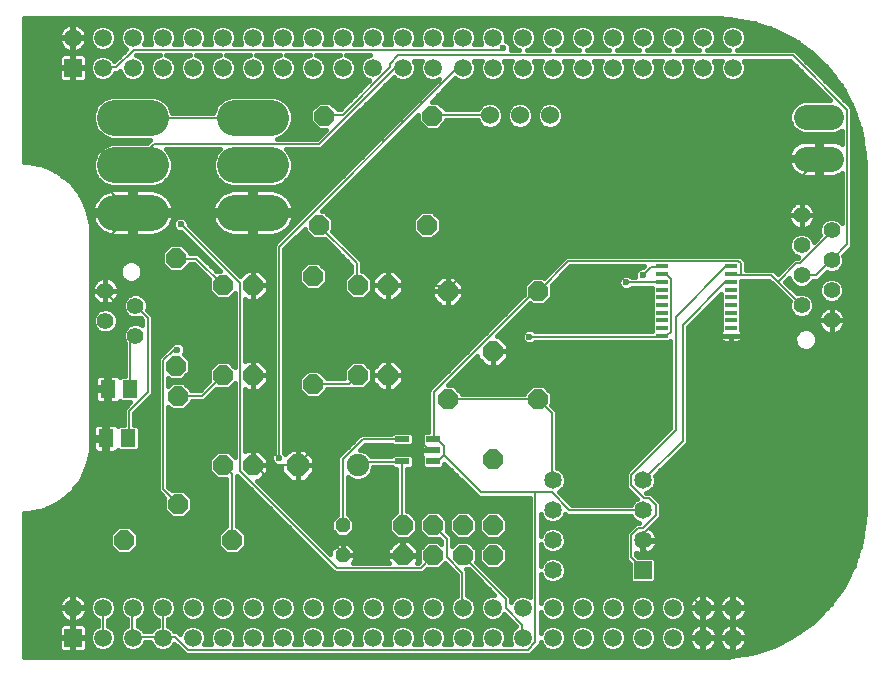
<source format=gtl>
G75*
%MOIN*%
%OFA0B0*%
%FSLAX24Y24*%
%IPPOS*%
%LPD*%
%AMOC8*
5,1,8,0,0,1.08239X$1,22.5*
%
%ADD10R,0.0591X0.0591*%
%ADD11C,0.0591*%
%ADD12R,0.0585X0.0585*%
%ADD13C,0.0585*%
%ADD14OC8,0.0660*%
%ADD15R,0.0390X0.0120*%
%ADD16R,0.0472X0.0217*%
%ADD17C,0.0750*%
%ADD18OC8,0.0750*%
%ADD19OC8,0.0480*%
%ADD20C,0.1185*%
%ADD21C,0.0560*%
%ADD22C,0.0600*%
%ADD23C,0.0840*%
%ADD24R,0.0512X0.0591*%
%ADD25C,0.0079*%
%ADD26C,0.0160*%
%ADD27C,0.0236*%
D10*
X010003Y003607D03*
X010003Y022607D03*
D11*
X011003Y022607D03*
X012003Y022607D03*
X013003Y022607D03*
X014003Y022607D03*
X015003Y022607D03*
X016003Y022607D03*
X017003Y022607D03*
X018003Y022607D03*
X019003Y022607D03*
X020003Y022607D03*
X021003Y022607D03*
X022003Y022607D03*
X023003Y022607D03*
X024003Y022607D03*
X025003Y022607D03*
X026003Y022607D03*
X027003Y022607D03*
X028003Y022607D03*
X029003Y022607D03*
X030003Y022607D03*
X031003Y022607D03*
X032003Y022607D03*
X032003Y023607D03*
X031003Y023607D03*
X030003Y023607D03*
X029003Y023607D03*
X028003Y023607D03*
X027003Y023607D03*
X026003Y023607D03*
X025003Y023607D03*
X024003Y023607D03*
X023003Y023607D03*
X022003Y023607D03*
X021003Y023607D03*
X020003Y023607D03*
X019003Y023607D03*
X018003Y023607D03*
X017003Y023607D03*
X016003Y023607D03*
X015003Y023607D03*
X014003Y023607D03*
X013003Y023607D03*
X012003Y023607D03*
X011003Y023607D03*
X010003Y023607D03*
X010003Y004607D03*
X011003Y004607D03*
X012003Y004607D03*
X013003Y004607D03*
X014003Y004607D03*
X015003Y004607D03*
X016003Y004607D03*
X017003Y004607D03*
X018003Y004607D03*
X019003Y004607D03*
X020003Y004607D03*
X021003Y004607D03*
X022003Y004607D03*
X023003Y004607D03*
X024003Y004607D03*
X025003Y004607D03*
X026003Y004607D03*
X027003Y004607D03*
X028003Y004607D03*
X029003Y004607D03*
X030003Y004607D03*
X031003Y004607D03*
X032003Y004607D03*
X032003Y003607D03*
X031003Y003607D03*
X030003Y003607D03*
X029003Y003607D03*
X028003Y003607D03*
X027003Y003607D03*
X026003Y003607D03*
X025003Y003607D03*
X024003Y003607D03*
X023003Y003607D03*
X022003Y003607D03*
X021003Y003607D03*
X020003Y003607D03*
X019003Y003607D03*
X018003Y003607D03*
X017003Y003607D03*
X016003Y003607D03*
X015003Y003607D03*
X014003Y003607D03*
X013003Y003607D03*
X012003Y003607D03*
X011003Y003607D03*
D12*
X029003Y005857D03*
D13*
X029003Y006857D03*
X029003Y007857D03*
X029003Y008857D03*
X026003Y008857D03*
X026003Y007857D03*
X026003Y006857D03*
X026003Y005857D03*
D14*
X024003Y006357D03*
X023003Y006357D03*
X023003Y007357D03*
X024003Y007357D03*
X022003Y007357D03*
X021003Y007357D03*
X021003Y006357D03*
X022003Y006357D03*
X024003Y009557D03*
X025503Y011557D03*
X024003Y013157D03*
X022503Y011557D03*
X020503Y012357D03*
X019503Y012357D03*
X018003Y012057D03*
X016003Y012357D03*
X015003Y012357D03*
X013444Y012671D03*
X013503Y011657D03*
X015003Y009357D03*
X016003Y009357D03*
X013503Y008057D03*
X011703Y006857D03*
X015303Y006857D03*
X015003Y015357D03*
X016003Y015357D03*
X018003Y015657D03*
X019503Y015357D03*
X020503Y015357D03*
X022503Y015157D03*
X021803Y017357D03*
X018203Y017357D03*
X013444Y016271D03*
X018388Y021011D03*
X021988Y021011D03*
X025503Y015157D03*
D15*
X029645Y015213D03*
X029645Y014958D03*
X029645Y014702D03*
X029645Y014446D03*
X029645Y014190D03*
X029645Y013934D03*
X029645Y013678D03*
X031943Y013678D03*
X031943Y013934D03*
X031943Y014190D03*
X031943Y014446D03*
X031943Y014702D03*
X031943Y014958D03*
X031943Y015213D03*
X031943Y015469D03*
X031943Y015725D03*
X031943Y015981D03*
X029645Y015981D03*
X029645Y015725D03*
X029645Y015469D03*
D16*
X022015Y010231D03*
X022015Y009857D03*
X022015Y009483D03*
X020991Y009483D03*
X020991Y010231D03*
D17*
X019503Y009357D03*
D18*
X017503Y009357D03*
D19*
X019003Y007357D03*
X019003Y006357D03*
D20*
X016595Y017777D02*
X015410Y017777D01*
X015410Y019357D02*
X016595Y019357D01*
X016595Y020937D02*
X015410Y020937D01*
X012595Y020937D02*
X011410Y020937D01*
X011410Y019357D02*
X012595Y019357D01*
X012595Y017777D02*
X011410Y017777D01*
D21*
X011086Y015168D03*
X012086Y014668D03*
X011086Y014168D03*
X012086Y013668D03*
X034294Y014692D03*
X035294Y015192D03*
X035294Y016192D03*
X034294Y016692D03*
X034294Y015692D03*
X035294Y017192D03*
X034294Y017692D03*
X035294Y014192D03*
D22*
X025908Y021015D03*
X024908Y021015D03*
X023908Y021015D03*
D23*
X034449Y020956D02*
X035289Y020956D01*
X035289Y019578D02*
X034449Y019578D01*
D24*
X011912Y011904D03*
X011164Y011904D03*
X011097Y010255D03*
X011845Y010255D03*
D25*
X011873Y010259D01*
X011873Y011164D01*
X012503Y011794D01*
X012503Y014274D01*
X012109Y014668D01*
X012086Y014668D01*
X011479Y014747D02*
X011479Y013999D01*
X011164Y013684D01*
X011164Y011904D01*
X011164Y011873D01*
X011125Y011834D01*
X011125Y010259D01*
X011097Y010255D01*
X011086Y010219D01*
X011086Y009668D01*
X010023Y008605D01*
X010023Y004629D01*
X010003Y004607D01*
X010023Y004589D01*
X010023Y003645D01*
X010003Y003607D01*
X011003Y003607D02*
X011007Y003645D01*
X011007Y004589D01*
X011003Y004607D01*
X011991Y004589D02*
X012003Y004607D01*
X011991Y004589D02*
X011991Y003645D01*
X012003Y003607D01*
X012030Y003645D01*
X012975Y003645D01*
X013003Y003607D01*
X013054Y003645D01*
X013408Y003645D01*
X013841Y003211D01*
X025180Y003211D01*
X025416Y003448D01*
X025416Y008448D01*
X025967Y008448D01*
X026558Y007857D01*
X029003Y007857D01*
X029038Y008251D02*
X029196Y008251D01*
X029432Y008015D01*
X029432Y007700D01*
X028999Y007267D01*
X028841Y007267D01*
X028605Y007030D01*
X028605Y006282D01*
X028999Y005889D01*
X029003Y005857D01*
X029038Y006558D02*
X030967Y004629D01*
X031003Y004607D01*
X031007Y004589D01*
X031007Y003645D01*
X031003Y003607D01*
X031046Y003645D01*
X031991Y003645D01*
X032003Y003607D01*
X031991Y003684D01*
X031991Y004589D01*
X032003Y004607D01*
X029038Y006558D02*
X029038Y006834D01*
X029003Y006857D01*
X029038Y006873D01*
X029038Y007109D01*
X031912Y009983D01*
X031912Y013645D01*
X031943Y013678D01*
X031952Y013684D01*
X034078Y013684D01*
X034550Y014156D01*
X035259Y014156D01*
X035294Y014192D01*
X034294Y014692D02*
X034274Y014708D01*
X033507Y015475D01*
X034117Y016086D01*
X034235Y016086D01*
X035259Y017109D01*
X035259Y017188D01*
X035294Y017192D01*
X035810Y016715D02*
X035298Y016204D01*
X035294Y016192D01*
X035259Y016164D01*
X034786Y015692D01*
X034294Y015692D01*
X033507Y015475D02*
X033290Y015692D01*
X032267Y015692D01*
X032267Y016086D01*
X032188Y016164D01*
X026519Y016164D01*
X025534Y015180D01*
X025503Y015157D01*
X025495Y015141D01*
X025377Y015141D01*
X022030Y011794D01*
X022030Y010259D01*
X022015Y010231D01*
X022030Y010219D01*
X022149Y010219D01*
X022385Y009983D01*
X022385Y009708D01*
X022365Y009688D01*
X023605Y008448D01*
X025416Y008448D01*
X025967Y008881D02*
X026003Y008857D01*
X025967Y008881D02*
X025967Y011086D01*
X025534Y011519D01*
X025503Y011557D01*
X025495Y011558D01*
X022503Y011558D01*
X022503Y011557D01*
X021873Y009865D02*
X020554Y011184D01*
X020534Y011164D01*
X019274Y011164D01*
X017503Y009393D01*
X017503Y009357D01*
X017503Y009353D01*
X016086Y009353D01*
X016003Y009357D01*
X016007Y009393D01*
X016007Y012345D01*
X016003Y012357D01*
X016007Y012385D01*
X016007Y015337D01*
X016003Y015357D01*
X016007Y015377D01*
X016007Y017739D01*
X016003Y017777D01*
X015967Y017778D01*
X012030Y017778D01*
X012003Y017777D01*
X011991Y017778D01*
X010023Y019747D01*
X010023Y022582D01*
X010003Y022607D01*
X010023Y022621D01*
X010023Y023605D01*
X010003Y023607D01*
X011007Y022621D02*
X011003Y022607D01*
X011007Y022621D02*
X011440Y022621D01*
X012030Y023211D01*
X024314Y023211D01*
X024353Y023251D01*
X023003Y022607D02*
X022975Y022582D01*
X022818Y022582D01*
X016873Y016637D01*
X016873Y009589D01*
X016086Y009353D02*
X019038Y006400D01*
X019003Y006357D01*
X019038Y006361D01*
X020967Y006361D01*
X021003Y006357D01*
X021597Y005928D02*
X021991Y006322D01*
X022003Y006357D01*
X022463Y006282D02*
X022463Y006912D01*
X022030Y007345D01*
X022003Y007357D01*
X021003Y007357D02*
X020967Y007385D01*
X020967Y009432D01*
X020991Y009483D01*
X020967Y009471D01*
X019589Y009471D01*
X019511Y009393D01*
X019503Y009357D01*
X018999Y009550D02*
X018999Y007385D01*
X019003Y007357D01*
X018802Y005928D02*
X021597Y005928D01*
X022463Y006282D02*
X022975Y005771D01*
X022975Y004629D01*
X023003Y004607D01*
X024432Y004589D02*
X024432Y004904D01*
X023015Y006322D01*
X023003Y006357D01*
X024432Y004589D02*
X024983Y004038D01*
X024983Y003645D01*
X025003Y003607D01*
X029038Y008251D02*
X028605Y008684D01*
X028605Y009038D01*
X030101Y010534D01*
X030101Y014314D01*
X031755Y015967D01*
X031912Y015967D01*
X031943Y015981D01*
X031943Y015725D02*
X031952Y015692D01*
X032267Y015692D01*
X031943Y015469D02*
X031912Y015456D01*
X031755Y015456D01*
X030337Y014038D01*
X030337Y010180D01*
X029038Y008881D01*
X029003Y008857D01*
X029629Y013645D02*
X025219Y013645D01*
X022503Y015157D02*
X022503Y015219D01*
X024944Y017660D01*
X034274Y017660D01*
X034294Y017692D01*
X034314Y017700D01*
X034314Y018999D01*
X034865Y019550D01*
X034869Y019578D01*
X035810Y021204D02*
X035810Y016715D01*
X029944Y015574D02*
X029944Y013802D01*
X029826Y013684D01*
X029668Y013684D01*
X029645Y013678D01*
X029629Y013645D01*
X029629Y015456D02*
X028448Y015456D01*
X028999Y015692D02*
X029274Y015967D01*
X029629Y015967D01*
X029645Y015981D01*
X029645Y015725D02*
X029668Y015692D01*
X029826Y015692D01*
X029944Y015574D01*
X029645Y015469D02*
X029629Y015456D01*
X022503Y015180D02*
X022503Y015157D01*
X022503Y015180D02*
X022345Y015337D01*
X020534Y015337D01*
X020503Y015357D01*
X020534Y015298D01*
X020534Y012385D01*
X020503Y012357D01*
X020534Y012345D01*
X020534Y011204D01*
X020554Y011184D01*
X020991Y010231D02*
X020967Y010219D01*
X019668Y010219D01*
X018999Y009550D01*
X021873Y009865D02*
X021991Y009865D01*
X022015Y009857D01*
X022030Y009511D02*
X022015Y009483D01*
X022030Y009511D02*
X022188Y009511D01*
X022365Y009688D01*
X019471Y012345D02*
X019196Y012070D01*
X018015Y012070D01*
X018003Y012057D01*
X019471Y012345D02*
X019503Y012357D01*
X019503Y015357D02*
X019471Y015377D01*
X019471Y016086D01*
X018211Y017345D01*
X018203Y017357D01*
X015574Y015416D02*
X015574Y009156D01*
X018802Y005928D01*
X015303Y006857D02*
X015298Y006873D01*
X015298Y009078D01*
X015023Y009353D01*
X015003Y009357D01*
X016003Y009357D02*
X016007Y009353D01*
X016086Y009353D01*
X013487Y008093D02*
X013503Y008057D01*
X013487Y008093D02*
X013015Y008566D01*
X013015Y012857D01*
X013369Y013211D01*
X013487Y013211D01*
X012086Y013668D02*
X012070Y013645D01*
X011912Y013487D01*
X011912Y011904D01*
X013503Y011657D02*
X013526Y011676D01*
X014314Y011676D01*
X014983Y012345D01*
X015003Y012357D01*
X011479Y014747D02*
X011086Y015141D01*
X011086Y015168D01*
X011086Y016834D01*
X011991Y017739D01*
X012003Y017777D01*
X013605Y017385D02*
X015574Y015416D01*
X015003Y015357D02*
X014117Y016243D01*
X013448Y016243D01*
X013444Y016271D01*
X012003Y019357D02*
X012030Y019393D01*
X012700Y020062D01*
X018211Y020062D01*
X020731Y022582D01*
X020967Y022582D01*
X021003Y022607D01*
X020574Y022621D02*
X020574Y022739D01*
X020849Y023015D01*
X033999Y023015D01*
X035810Y021204D01*
X023908Y021015D02*
X023881Y021046D01*
X021991Y021046D01*
X021988Y021011D01*
X020574Y022621D02*
X018999Y021046D01*
X018408Y021046D01*
X018388Y021011D01*
X016003Y020937D02*
X015967Y020928D01*
X012030Y020928D01*
X012003Y020937D01*
X013003Y004607D02*
X013015Y004589D01*
X013015Y003645D01*
X013003Y003607D01*
D26*
X008362Y002980D02*
X008362Y007748D01*
X008519Y007748D01*
X009037Y007867D01*
X009516Y008097D01*
X009931Y008429D01*
X010263Y008844D01*
X010493Y009323D01*
X010612Y009841D01*
X010612Y010062D01*
X010612Y017373D01*
X010493Y017891D01*
X010263Y018370D01*
X009931Y018786D01*
X009516Y019117D01*
X009516Y019117D01*
X009037Y019348D01*
X009037Y019348D01*
X008519Y019466D01*
X008362Y019466D01*
X008362Y024248D01*
X031503Y024248D01*
X031887Y024233D01*
X032645Y024113D01*
X033375Y023876D01*
X034058Y023527D01*
X034679Y023076D01*
X035222Y022534D01*
X035673Y021913D01*
X036022Y021229D01*
X036259Y020499D01*
X036379Y019741D01*
X036394Y019357D01*
X036394Y007857D01*
X036379Y007473D01*
X036259Y006715D01*
X036022Y005985D01*
X035673Y005302D01*
X035222Y004681D01*
X034679Y004138D01*
X034058Y003687D01*
X033375Y003338D01*
X032645Y003101D01*
X031887Y002981D01*
X031869Y002980D01*
X008362Y002980D01*
X008362Y003001D02*
X032013Y003001D01*
X032021Y003132D02*
X032040Y003132D01*
X032114Y003144D01*
X032185Y003167D01*
X032252Y003201D01*
X032312Y003245D01*
X032365Y003298D01*
X032409Y003358D01*
X032443Y003425D01*
X032466Y003496D01*
X032478Y003570D01*
X032478Y003589D01*
X032021Y003589D01*
X032021Y003132D01*
X032021Y003160D02*
X031984Y003160D01*
X031984Y003132D02*
X031984Y003589D01*
X031528Y003589D01*
X031528Y003570D01*
X031539Y003496D01*
X031562Y003425D01*
X031596Y003358D01*
X031640Y003298D01*
X031693Y003245D01*
X031754Y003201D01*
X031820Y003167D01*
X031892Y003144D01*
X031965Y003132D01*
X031984Y003132D01*
X031842Y003160D02*
X031164Y003160D01*
X031185Y003167D02*
X031252Y003201D01*
X031312Y003245D01*
X031365Y003298D01*
X031409Y003358D01*
X031443Y003425D01*
X031466Y003496D01*
X031478Y003570D01*
X031478Y003589D01*
X031021Y003589D01*
X031021Y003132D01*
X031040Y003132D01*
X031114Y003144D01*
X031185Y003167D01*
X031021Y003160D02*
X030984Y003160D01*
X030984Y003132D02*
X030984Y003589D01*
X030528Y003589D01*
X030528Y003570D01*
X030539Y003496D01*
X030562Y003425D01*
X030596Y003358D01*
X030640Y003298D01*
X030693Y003245D01*
X030754Y003201D01*
X030820Y003167D01*
X030892Y003144D01*
X030965Y003132D01*
X030984Y003132D01*
X030842Y003160D02*
X025381Y003160D01*
X025490Y003269D02*
X025595Y003374D01*
X025595Y003458D01*
X025635Y003361D01*
X025757Y003239D01*
X025916Y003173D01*
X026089Y003173D01*
X026249Y003239D01*
X026371Y003361D01*
X026437Y003521D01*
X026437Y003694D01*
X026371Y003853D01*
X026249Y003975D01*
X026089Y004041D01*
X025916Y004041D01*
X025757Y003975D01*
X025635Y003853D01*
X025595Y003757D01*
X025595Y004458D01*
X025635Y004361D01*
X025757Y004239D01*
X025916Y004173D01*
X026089Y004173D01*
X026249Y004239D01*
X026371Y004361D01*
X026437Y004521D01*
X026437Y004694D01*
X026371Y004853D01*
X026249Y004975D01*
X026089Y005041D01*
X025916Y005041D01*
X025757Y004975D01*
X025635Y004853D01*
X025595Y004757D01*
X025595Y005715D01*
X025637Y005613D01*
X025758Y005491D01*
X025917Y005426D01*
X026089Y005426D01*
X026247Y005491D01*
X026369Y005613D01*
X026434Y005771D01*
X026434Y005943D01*
X026369Y006102D01*
X026247Y006223D01*
X026089Y006289D01*
X025917Y006289D01*
X025758Y006223D01*
X025637Y006102D01*
X025595Y005999D01*
X025595Y006715D01*
X025637Y006613D01*
X025758Y006491D01*
X025917Y006426D01*
X026089Y006426D01*
X026247Y006491D01*
X026369Y006613D01*
X026434Y006771D01*
X026434Y006943D01*
X026369Y007102D01*
X026247Y007223D01*
X026089Y007289D01*
X025917Y007289D01*
X025758Y007223D01*
X025637Y007102D01*
X025595Y006999D01*
X025595Y007715D01*
X025637Y007613D01*
X025758Y007491D01*
X025917Y007426D01*
X026089Y007426D01*
X026247Y007491D01*
X026369Y007613D01*
X026422Y007741D01*
X026484Y007679D01*
X028610Y007679D01*
X028637Y007613D01*
X028758Y007491D01*
X028870Y007445D01*
X028768Y007445D01*
X028531Y007209D01*
X028427Y007104D01*
X028427Y006208D01*
X028571Y006064D01*
X028571Y005507D01*
X028653Y005426D01*
X029353Y005426D01*
X029434Y005507D01*
X029434Y006207D01*
X029353Y006289D01*
X028851Y006289D01*
X028784Y006356D01*
X028784Y006439D01*
X028821Y006419D01*
X028892Y006396D01*
X028966Y006385D01*
X028985Y006385D01*
X028985Y006840D01*
X029020Y006840D01*
X029020Y006385D01*
X029040Y006385D01*
X029113Y006396D01*
X029184Y006419D01*
X029250Y006453D01*
X029311Y006497D01*
X029363Y006549D01*
X029407Y006610D01*
X029441Y006676D01*
X029464Y006747D01*
X029475Y006820D01*
X029475Y006840D01*
X029020Y006840D01*
X029020Y006875D01*
X029475Y006875D01*
X029475Y006894D01*
X029464Y006968D01*
X029441Y007039D01*
X029407Y007105D01*
X029363Y007165D01*
X029311Y007218D01*
X029250Y007261D01*
X029247Y007263D01*
X029610Y007626D01*
X029610Y008089D01*
X029506Y008193D01*
X029270Y008429D01*
X029112Y008429D01*
X029108Y008434D01*
X029247Y008491D01*
X029369Y008613D01*
X029434Y008771D01*
X029434Y008943D01*
X029410Y009001D01*
X030516Y010106D01*
X030516Y013964D01*
X031609Y015057D01*
X031609Y014840D01*
X031619Y014830D01*
X031609Y014819D01*
X031609Y014584D01*
X031619Y014574D01*
X031609Y014563D01*
X031609Y014328D01*
X031619Y014318D01*
X031609Y014307D01*
X031609Y014072D01*
X031619Y014062D01*
X031609Y014052D01*
X031609Y013854D01*
X031604Y013849D01*
X031580Y013808D01*
X031568Y013762D01*
X031568Y013678D01*
X031568Y013594D01*
X031580Y013549D01*
X031604Y013508D01*
X031637Y013474D01*
X031678Y013450D01*
X031724Y013438D01*
X031943Y013438D01*
X032162Y013438D01*
X032207Y013450D01*
X032248Y013474D01*
X032282Y013508D01*
X032306Y013549D01*
X032318Y013594D01*
X032318Y013678D01*
X031943Y013678D01*
X031943Y013678D01*
X032318Y013678D01*
X032318Y013762D01*
X032306Y013808D01*
X032282Y013849D01*
X032277Y013854D01*
X032277Y014052D01*
X032267Y014062D01*
X032277Y014072D01*
X032277Y014307D01*
X032267Y014318D01*
X032277Y014328D01*
X032277Y014563D01*
X032267Y014574D01*
X032277Y014584D01*
X032277Y014819D01*
X032267Y014830D01*
X032277Y014840D01*
X032277Y015075D01*
X032267Y015086D01*
X032277Y015096D01*
X032277Y015331D01*
X032267Y015341D01*
X032277Y015352D01*
X032277Y015513D01*
X033216Y015513D01*
X033328Y015401D01*
X033433Y015297D01*
X033898Y014831D01*
X033875Y014775D01*
X033875Y014608D01*
X033939Y014454D01*
X034057Y014337D01*
X034211Y014273D01*
X034378Y014273D01*
X034532Y014337D01*
X034649Y014454D01*
X034713Y014608D01*
X034713Y014775D01*
X034649Y014929D01*
X034532Y015047D01*
X034378Y015111D01*
X034211Y015111D01*
X034149Y015085D01*
X033759Y015475D01*
X033880Y015596D01*
X033939Y015454D01*
X034057Y015337D01*
X034211Y015273D01*
X034378Y015273D01*
X034532Y015337D01*
X034649Y015454D01*
X034674Y015513D01*
X034860Y015513D01*
X035146Y015799D01*
X035211Y015773D01*
X035378Y015773D01*
X035532Y015837D01*
X035649Y015954D01*
X035713Y016108D01*
X035713Y016275D01*
X035687Y016340D01*
X035988Y016642D01*
X035988Y021278D01*
X035884Y021382D01*
X034073Y023193D01*
X032138Y023193D01*
X032249Y023239D01*
X032371Y023361D01*
X032437Y023521D01*
X032437Y023694D01*
X032371Y023853D01*
X032249Y023975D01*
X032089Y024041D01*
X031916Y024041D01*
X031757Y023975D01*
X031635Y023853D01*
X031569Y023694D01*
X031569Y023521D01*
X031635Y023361D01*
X031757Y023239D01*
X031868Y023193D01*
X031138Y023193D01*
X031249Y023239D01*
X031371Y023361D01*
X031437Y023521D01*
X031437Y023694D01*
X031371Y023853D01*
X031249Y023975D01*
X031089Y024041D01*
X030916Y024041D01*
X030757Y023975D01*
X030635Y023853D01*
X030569Y023694D01*
X030569Y023521D01*
X030635Y023361D01*
X030757Y023239D01*
X030868Y023193D01*
X030138Y023193D01*
X030249Y023239D01*
X030371Y023361D01*
X030437Y023521D01*
X030437Y023694D01*
X030371Y023853D01*
X030249Y023975D01*
X030089Y024041D01*
X029916Y024041D01*
X029757Y023975D01*
X029635Y023853D01*
X029569Y023694D01*
X029569Y023521D01*
X029635Y023361D01*
X029757Y023239D01*
X029868Y023193D01*
X029138Y023193D01*
X029249Y023239D01*
X029371Y023361D01*
X029437Y023521D01*
X029437Y023694D01*
X029371Y023853D01*
X029249Y023975D01*
X029089Y024041D01*
X028916Y024041D01*
X028757Y023975D01*
X028635Y023853D01*
X028569Y023694D01*
X028569Y023521D01*
X028635Y023361D01*
X028757Y023239D01*
X028868Y023193D01*
X028138Y023193D01*
X028249Y023239D01*
X028371Y023361D01*
X028437Y023521D01*
X028437Y023694D01*
X028371Y023853D01*
X028249Y023975D01*
X028089Y024041D01*
X027916Y024041D01*
X027757Y023975D01*
X027635Y023853D01*
X027569Y023694D01*
X027569Y023521D01*
X027635Y023361D01*
X027757Y023239D01*
X027868Y023193D01*
X027138Y023193D01*
X027249Y023239D01*
X027371Y023361D01*
X027437Y023521D01*
X027437Y023694D01*
X027371Y023853D01*
X027249Y023975D01*
X027089Y024041D01*
X026916Y024041D01*
X026757Y023975D01*
X026635Y023853D01*
X026569Y023694D01*
X026569Y023521D01*
X026635Y023361D01*
X026757Y023239D01*
X026868Y023193D01*
X026138Y023193D01*
X026249Y023239D01*
X026371Y023361D01*
X026437Y023521D01*
X026437Y023694D01*
X026371Y023853D01*
X026249Y023975D01*
X026089Y024041D01*
X025916Y024041D01*
X025757Y023975D01*
X025635Y023853D01*
X025569Y023694D01*
X025569Y023521D01*
X025635Y023361D01*
X025757Y023239D01*
X025868Y023193D01*
X025138Y023193D01*
X025249Y023239D01*
X025371Y023361D01*
X025437Y023521D01*
X025437Y023694D01*
X025371Y023853D01*
X025249Y023975D01*
X025089Y024041D01*
X024916Y024041D01*
X024757Y023975D01*
X024635Y023853D01*
X024569Y023694D01*
X024569Y023521D01*
X024635Y023361D01*
X024757Y023239D01*
X024868Y023193D01*
X024608Y023193D01*
X024610Y023200D01*
X024610Y023302D01*
X024571Y023397D01*
X024499Y023469D01*
X024428Y023498D01*
X024437Y023521D01*
X024437Y023694D01*
X024371Y023853D01*
X024249Y023975D01*
X024089Y024041D01*
X023916Y024041D01*
X023757Y023975D01*
X023635Y023853D01*
X023569Y023694D01*
X023569Y023521D01*
X023623Y023390D01*
X023383Y023390D01*
X023437Y023521D01*
X023437Y023694D01*
X023371Y023853D01*
X023249Y023975D01*
X023089Y024041D01*
X022916Y024041D01*
X022757Y023975D01*
X022635Y023853D01*
X022569Y023694D01*
X022569Y023521D01*
X022623Y023390D01*
X022383Y023390D01*
X022437Y023521D01*
X022437Y023694D01*
X022371Y023853D01*
X022249Y023975D01*
X022089Y024041D01*
X021916Y024041D01*
X021757Y023975D01*
X021635Y023853D01*
X021569Y023694D01*
X021569Y023521D01*
X021623Y023390D01*
X021383Y023390D01*
X021437Y023521D01*
X021437Y023694D01*
X021371Y023853D01*
X021249Y023975D01*
X021089Y024041D01*
X020916Y024041D01*
X020757Y023975D01*
X020635Y023853D01*
X020569Y023694D01*
X020569Y023521D01*
X020623Y023390D01*
X020383Y023390D01*
X020437Y023521D01*
X020437Y023694D01*
X020371Y023853D01*
X020249Y023975D01*
X020089Y024041D01*
X019916Y024041D01*
X019757Y023975D01*
X019635Y023853D01*
X019569Y023694D01*
X019569Y023521D01*
X019623Y023390D01*
X019383Y023390D01*
X019437Y023521D01*
X019437Y023694D01*
X019371Y023853D01*
X019249Y023975D01*
X019089Y024041D01*
X018916Y024041D01*
X018757Y023975D01*
X018635Y023853D01*
X018569Y023694D01*
X018569Y023521D01*
X018623Y023390D01*
X018383Y023390D01*
X018437Y023521D01*
X018437Y023694D01*
X018371Y023853D01*
X018249Y023975D01*
X018089Y024041D01*
X017916Y024041D01*
X017757Y023975D01*
X017635Y023853D01*
X017569Y023694D01*
X017569Y023521D01*
X017623Y023390D01*
X017383Y023390D01*
X017437Y023521D01*
X017437Y023694D01*
X017371Y023853D01*
X017249Y023975D01*
X017089Y024041D01*
X016916Y024041D01*
X016757Y023975D01*
X016635Y023853D01*
X016569Y023694D01*
X016569Y023521D01*
X016623Y023390D01*
X016383Y023390D01*
X016437Y023521D01*
X016437Y023694D01*
X016371Y023853D01*
X016249Y023975D01*
X016089Y024041D01*
X015916Y024041D01*
X015757Y023975D01*
X015635Y023853D01*
X015569Y023694D01*
X015569Y023521D01*
X015623Y023390D01*
X015383Y023390D01*
X015437Y023521D01*
X015437Y023694D01*
X015371Y023853D01*
X015249Y023975D01*
X015089Y024041D01*
X014916Y024041D01*
X014757Y023975D01*
X014635Y023853D01*
X014569Y023694D01*
X014569Y023521D01*
X014623Y023390D01*
X014383Y023390D01*
X014437Y023521D01*
X014437Y023694D01*
X014371Y023853D01*
X014249Y023975D01*
X014089Y024041D01*
X013916Y024041D01*
X013757Y023975D01*
X013635Y023853D01*
X013569Y023694D01*
X013569Y023521D01*
X013623Y023390D01*
X013383Y023390D01*
X013437Y023521D01*
X013437Y023694D01*
X013371Y023853D01*
X013249Y023975D01*
X013089Y024041D01*
X012916Y024041D01*
X012757Y023975D01*
X012635Y023853D01*
X012569Y023694D01*
X012569Y023521D01*
X012623Y023390D01*
X012383Y023390D01*
X012437Y023521D01*
X012437Y023694D01*
X012371Y023853D01*
X012249Y023975D01*
X012089Y024041D01*
X011916Y024041D01*
X011757Y023975D01*
X011635Y023853D01*
X011569Y023694D01*
X011569Y023521D01*
X011635Y023361D01*
X011757Y023239D01*
X011791Y023225D01*
X011385Y022819D01*
X011371Y022853D01*
X011249Y022975D01*
X011089Y023041D01*
X010916Y023041D01*
X010757Y022975D01*
X010635Y022853D01*
X010569Y022694D01*
X010569Y022521D01*
X010635Y022361D01*
X010757Y022239D01*
X010916Y022173D01*
X011089Y022173D01*
X011249Y022239D01*
X011371Y022361D01*
X011405Y022443D01*
X011514Y022443D01*
X011575Y022504D01*
X011635Y022361D01*
X011757Y022239D01*
X011916Y022173D01*
X012089Y022173D01*
X012249Y022239D01*
X012371Y022361D01*
X012437Y022521D01*
X012437Y022694D01*
X012371Y022853D01*
X012249Y022975D01*
X012110Y023033D01*
X012896Y023033D01*
X012757Y022975D01*
X012635Y022853D01*
X012569Y022694D01*
X012569Y022521D01*
X012635Y022361D01*
X012757Y022239D01*
X012916Y022173D01*
X013089Y022173D01*
X013249Y022239D01*
X013371Y022361D01*
X013437Y022521D01*
X013437Y022694D01*
X013371Y022853D01*
X013249Y022975D01*
X013110Y023033D01*
X013896Y023033D01*
X013757Y022975D01*
X013635Y022853D01*
X013569Y022694D01*
X013569Y022521D01*
X013635Y022361D01*
X013757Y022239D01*
X013916Y022173D01*
X014089Y022173D01*
X014249Y022239D01*
X014371Y022361D01*
X014437Y022521D01*
X014437Y022694D01*
X014371Y022853D01*
X014249Y022975D01*
X014110Y023033D01*
X014896Y023033D01*
X014757Y022975D01*
X014635Y022853D01*
X014569Y022694D01*
X014569Y022521D01*
X014635Y022361D01*
X014757Y022239D01*
X014916Y022173D01*
X015089Y022173D01*
X015249Y022239D01*
X015371Y022361D01*
X015437Y022521D01*
X015437Y022694D01*
X015371Y022853D01*
X015249Y022975D01*
X015110Y023033D01*
X015896Y023033D01*
X015757Y022975D01*
X015635Y022853D01*
X015569Y022694D01*
X015569Y022521D01*
X015635Y022361D01*
X015757Y022239D01*
X015916Y022173D01*
X016089Y022173D01*
X016249Y022239D01*
X016371Y022361D01*
X016437Y022521D01*
X016437Y022694D01*
X016371Y022853D01*
X016249Y022975D01*
X016110Y023033D01*
X016896Y023033D01*
X016757Y022975D01*
X016635Y022853D01*
X016569Y022694D01*
X016569Y022521D01*
X016635Y022361D01*
X016757Y022239D01*
X016916Y022173D01*
X017089Y022173D01*
X017249Y022239D01*
X017371Y022361D01*
X017437Y022521D01*
X017437Y022694D01*
X017371Y022853D01*
X017249Y022975D01*
X017110Y023033D01*
X017896Y023033D01*
X017757Y022975D01*
X017635Y022853D01*
X017569Y022694D01*
X017569Y022521D01*
X017635Y022361D01*
X017757Y022239D01*
X017916Y022173D01*
X018089Y022173D01*
X018249Y022239D01*
X018371Y022361D01*
X018437Y022521D01*
X018437Y022694D01*
X018371Y022853D01*
X018249Y022975D01*
X018110Y023033D01*
X018896Y023033D01*
X018757Y022975D01*
X018635Y022853D01*
X018569Y022694D01*
X018569Y022521D01*
X018635Y022361D01*
X018757Y022239D01*
X018916Y022173D01*
X019089Y022173D01*
X019249Y022239D01*
X019371Y022361D01*
X019437Y022521D01*
X019437Y022694D01*
X019371Y022853D01*
X019249Y022975D01*
X019110Y023033D01*
X019896Y023033D01*
X019757Y022975D01*
X019635Y022853D01*
X019569Y022694D01*
X019569Y022521D01*
X019635Y022361D01*
X019757Y022239D01*
X019886Y022185D01*
X018925Y021225D01*
X018837Y021225D01*
X018582Y021480D01*
X018194Y021480D01*
X017919Y021205D01*
X017919Y020816D01*
X018194Y020542D01*
X018439Y020542D01*
X018138Y020240D01*
X016825Y020240D01*
X017010Y020317D01*
X017216Y020523D01*
X017327Y020792D01*
X017327Y021083D01*
X017216Y021352D01*
X017010Y021557D01*
X016741Y021669D01*
X015265Y021669D01*
X014996Y021557D01*
X014790Y021352D01*
X014689Y021106D01*
X013317Y021106D01*
X013216Y021352D01*
X013010Y021557D01*
X012741Y021669D01*
X011265Y021669D01*
X010996Y021557D01*
X010790Y021352D01*
X010679Y021083D01*
X010679Y020792D01*
X010790Y020523D01*
X010996Y020317D01*
X011265Y020206D01*
X012591Y020206D01*
X012474Y020089D01*
X011265Y020089D01*
X010996Y019977D01*
X010790Y019772D01*
X010679Y019503D01*
X010679Y019212D01*
X010790Y018943D01*
X010996Y018737D01*
X011265Y018626D01*
X012741Y018626D01*
X013010Y018737D01*
X013216Y018943D01*
X013327Y019212D01*
X013327Y019503D01*
X013216Y019772D01*
X013104Y019883D01*
X014902Y019883D01*
X014790Y019772D01*
X014679Y019503D01*
X014679Y019212D01*
X014790Y018943D01*
X014996Y018737D01*
X015265Y018626D01*
X016741Y018626D01*
X017010Y018737D01*
X017216Y018943D01*
X017327Y019212D01*
X017327Y019503D01*
X017216Y019772D01*
X017104Y019883D01*
X018285Y019883D01*
X018390Y019988D01*
X020699Y022297D01*
X020757Y022239D01*
X020916Y022173D01*
X021089Y022173D01*
X021249Y022239D01*
X021371Y022361D01*
X021437Y022521D01*
X021437Y022694D01*
X021378Y022836D01*
X021628Y022836D01*
X021569Y022694D01*
X021569Y022521D01*
X021635Y022361D01*
X021757Y022239D01*
X021916Y022173D01*
X022089Y022173D01*
X022204Y022221D01*
X016799Y016815D01*
X016694Y016711D01*
X016694Y009775D01*
X016655Y009735D01*
X016616Y009641D01*
X016616Y009538D01*
X016655Y009444D01*
X016727Y009371D01*
X016822Y009332D01*
X016924Y009332D01*
X016948Y009342D01*
X016948Y009127D01*
X017273Y008802D01*
X017503Y008802D01*
X017733Y008802D01*
X018058Y009127D01*
X018058Y009357D01*
X017503Y009357D01*
X017503Y009357D01*
X017503Y008802D01*
X017503Y009357D01*
X017503Y009357D01*
X018058Y009357D01*
X018058Y009587D01*
X017733Y009912D01*
X017503Y009912D01*
X017503Y009357D01*
X017503Y009357D01*
X017503Y009912D01*
X017273Y009912D01*
X017092Y009732D01*
X017091Y009735D01*
X017051Y009775D01*
X017051Y016563D01*
X017734Y017245D01*
X017734Y017163D01*
X018009Y016888D01*
X018397Y016888D01*
X018407Y016898D01*
X019293Y016012D01*
X019293Y015811D01*
X019034Y015551D01*
X019034Y015163D01*
X019309Y014888D01*
X019697Y014888D01*
X019972Y015163D01*
X019972Y015551D01*
X019697Y015826D01*
X019650Y015826D01*
X019650Y016159D01*
X018659Y017150D01*
X018672Y017163D01*
X018672Y017551D01*
X018397Y017826D01*
X018315Y017826D01*
X021519Y021030D01*
X021519Y020816D01*
X021794Y020542D01*
X022182Y020542D01*
X022457Y020816D01*
X022457Y020868D01*
X023494Y020868D01*
X023536Y020766D01*
X023660Y020642D01*
X023821Y020576D01*
X023996Y020576D01*
X024157Y020642D01*
X024281Y020766D01*
X024347Y020927D01*
X024347Y021102D01*
X024281Y021263D01*
X024157Y021387D01*
X023996Y021454D01*
X023821Y021454D01*
X023660Y021387D01*
X023536Y021263D01*
X023520Y021225D01*
X022437Y021225D01*
X022182Y021480D01*
X021968Y021480D01*
X022742Y022254D01*
X022757Y022239D01*
X022916Y022173D01*
X023089Y022173D01*
X023249Y022239D01*
X023371Y022361D01*
X023437Y022521D01*
X023437Y022694D01*
X023378Y022836D01*
X023628Y022836D01*
X023569Y022694D01*
X023569Y022521D01*
X023635Y022361D01*
X023757Y022239D01*
X023916Y022173D01*
X024089Y022173D01*
X024249Y022239D01*
X024371Y022361D01*
X024437Y022521D01*
X024437Y022694D01*
X024378Y022836D01*
X024628Y022836D01*
X024569Y022694D01*
X024569Y022521D01*
X024635Y022361D01*
X024757Y022239D01*
X024916Y022173D01*
X025089Y022173D01*
X025249Y022239D01*
X025371Y022361D01*
X025437Y022521D01*
X025437Y022694D01*
X025378Y022836D01*
X025628Y022836D01*
X025569Y022694D01*
X025569Y022521D01*
X025635Y022361D01*
X025757Y022239D01*
X025916Y022173D01*
X026089Y022173D01*
X026249Y022239D01*
X026371Y022361D01*
X026437Y022521D01*
X026437Y022694D01*
X026378Y022836D01*
X026628Y022836D01*
X026569Y022694D01*
X026569Y022521D01*
X026635Y022361D01*
X026757Y022239D01*
X026916Y022173D01*
X027089Y022173D01*
X027249Y022239D01*
X027371Y022361D01*
X027437Y022521D01*
X027437Y022694D01*
X027378Y022836D01*
X027628Y022836D01*
X027569Y022694D01*
X027569Y022521D01*
X027635Y022361D01*
X027757Y022239D01*
X027916Y022173D01*
X028089Y022173D01*
X028249Y022239D01*
X028371Y022361D01*
X028437Y022521D01*
X028437Y022694D01*
X028378Y022836D01*
X028628Y022836D01*
X028569Y022694D01*
X028569Y022521D01*
X028635Y022361D01*
X028757Y022239D01*
X028916Y022173D01*
X029089Y022173D01*
X029249Y022239D01*
X029371Y022361D01*
X029437Y022521D01*
X029437Y022694D01*
X029378Y022836D01*
X029628Y022836D01*
X029569Y022694D01*
X029569Y022521D01*
X029635Y022361D01*
X029757Y022239D01*
X029916Y022173D01*
X030089Y022173D01*
X030249Y022239D01*
X030371Y022361D01*
X030437Y022521D01*
X030437Y022694D01*
X030378Y022836D01*
X030628Y022836D01*
X030569Y022694D01*
X030569Y022521D01*
X030635Y022361D01*
X030757Y022239D01*
X030916Y022173D01*
X031089Y022173D01*
X031249Y022239D01*
X031371Y022361D01*
X031437Y022521D01*
X031437Y022694D01*
X031378Y022836D01*
X031628Y022836D01*
X031569Y022694D01*
X031569Y022521D01*
X031635Y022361D01*
X031757Y022239D01*
X031916Y022173D01*
X032089Y022173D01*
X032249Y022239D01*
X032371Y022361D01*
X032437Y022521D01*
X032437Y022694D01*
X032378Y022836D01*
X033925Y022836D01*
X035247Y021515D01*
X034338Y021515D01*
X034132Y021430D01*
X033975Y021272D01*
X033890Y021067D01*
X033890Y020844D01*
X033975Y020639D01*
X034132Y020482D01*
X034338Y020397D01*
X035400Y020397D01*
X035606Y020482D01*
X035631Y020507D01*
X035631Y020070D01*
X035603Y020091D01*
X035519Y020134D01*
X035429Y020163D01*
X035336Y020178D01*
X034929Y020178D01*
X034929Y019638D01*
X034809Y019638D01*
X034809Y020178D01*
X034402Y020178D01*
X034308Y020163D01*
X034219Y020134D01*
X034135Y020091D01*
X034058Y020035D01*
X033991Y019969D01*
X033936Y019892D01*
X033893Y019808D01*
X033864Y019718D01*
X033851Y019638D01*
X034809Y019638D01*
X034809Y019518D01*
X033851Y019518D01*
X033864Y019437D01*
X033893Y019347D01*
X033936Y019263D01*
X033991Y019187D01*
X034058Y019120D01*
X034135Y019064D01*
X034219Y019022D01*
X034308Y018992D01*
X034402Y018978D01*
X034809Y018978D01*
X034809Y019518D01*
X034929Y019518D01*
X034929Y018978D01*
X035336Y018978D01*
X035429Y018992D01*
X035519Y019022D01*
X035603Y019064D01*
X035631Y019085D01*
X035631Y017447D01*
X035532Y017547D01*
X035378Y017611D01*
X035211Y017611D01*
X035057Y017547D01*
X034939Y017429D01*
X034875Y017275D01*
X034875Y017108D01*
X034913Y017016D01*
X034701Y016804D01*
X034649Y016929D01*
X034532Y017047D01*
X034378Y017111D01*
X034211Y017111D01*
X034057Y017047D01*
X033939Y016929D01*
X033875Y016775D01*
X033875Y016608D01*
X033939Y016454D01*
X034057Y016337D01*
X034182Y016285D01*
X034161Y016264D01*
X034043Y016264D01*
X033507Y015728D01*
X033364Y015870D01*
X032445Y015870D01*
X032445Y016159D01*
X032366Y016238D01*
X032262Y016343D01*
X026445Y016343D01*
X025713Y015611D01*
X025697Y015626D01*
X025309Y015626D01*
X025034Y015351D01*
X025034Y015050D01*
X021852Y011868D01*
X021852Y010479D01*
X021721Y010479D01*
X021639Y010397D01*
X021639Y010081D01*
X021634Y010076D01*
X021611Y010035D01*
X021598Y009989D01*
X021598Y009857D01*
X021598Y009725D01*
X021611Y009679D01*
X021634Y009638D01*
X021639Y009633D01*
X021639Y009317D01*
X021721Y009236D01*
X022309Y009236D01*
X022390Y009317D01*
X022390Y009411D01*
X023531Y008269D01*
X025238Y008269D01*
X025238Y004980D01*
X025089Y005041D01*
X024916Y005041D01*
X024757Y004975D01*
X024635Y004853D01*
X024610Y004795D01*
X024610Y004978D01*
X023449Y006140D01*
X023472Y006163D01*
X023472Y006551D01*
X023197Y006826D01*
X022809Y006826D01*
X022642Y006660D01*
X022642Y006986D01*
X022469Y007160D01*
X022472Y007163D01*
X022472Y007551D01*
X022197Y007826D01*
X021809Y007826D01*
X021534Y007551D01*
X021534Y007163D01*
X021809Y006888D01*
X022197Y006888D01*
X022216Y006907D01*
X022285Y006838D01*
X022285Y006738D01*
X022197Y006826D01*
X021809Y006826D01*
X021534Y006551D01*
X021534Y006163D01*
X021557Y006140D01*
X021523Y006106D01*
X021473Y006106D01*
X021513Y006146D01*
X021513Y006337D01*
X021023Y006337D01*
X021023Y006377D01*
X021513Y006377D01*
X021513Y006568D01*
X021214Y006867D01*
X021023Y006867D01*
X021023Y006377D01*
X020983Y006377D01*
X020983Y006337D01*
X020493Y006337D01*
X020493Y006146D01*
X020532Y006106D01*
X019346Y006106D01*
X019423Y006183D01*
X019423Y006357D01*
X019003Y006357D01*
X019003Y006357D01*
X019423Y006357D01*
X019423Y006531D01*
X019177Y006777D01*
X019003Y006777D01*
X019003Y006357D01*
X019003Y006357D01*
X019003Y006777D01*
X018829Y006777D01*
X018583Y006531D01*
X018583Y006400D01*
X016135Y008847D01*
X016214Y008847D01*
X016513Y009146D01*
X016513Y009357D01*
X016003Y009357D01*
X016003Y009357D01*
X016513Y009357D01*
X016513Y009568D01*
X016214Y009867D01*
X016003Y009867D01*
X016003Y009357D01*
X016003Y009357D01*
X016003Y009867D01*
X015792Y009867D01*
X015752Y009828D01*
X015752Y011887D01*
X015792Y011847D01*
X016003Y011847D01*
X016214Y011847D01*
X016513Y012146D01*
X016513Y012357D01*
X016003Y012357D01*
X016003Y012357D01*
X016003Y011847D01*
X016003Y012357D01*
X016003Y012357D01*
X016513Y012357D01*
X016513Y012568D01*
X016214Y012867D01*
X016003Y012867D01*
X016003Y012357D01*
X016003Y012357D01*
X016003Y012867D01*
X015792Y012867D01*
X015752Y012828D01*
X015753Y012828D01*
X015752Y012828D02*
X015752Y014887D01*
X015792Y014847D01*
X016003Y014847D01*
X016214Y014847D01*
X016513Y015146D01*
X016513Y015357D01*
X016003Y015357D01*
X016003Y015357D01*
X016003Y014847D01*
X016003Y015357D01*
X016003Y015357D01*
X016513Y015357D01*
X016513Y015568D01*
X016214Y015867D01*
X016003Y015867D01*
X016003Y015357D01*
X016003Y015357D01*
X016003Y015867D01*
X015792Y015867D01*
X015583Y015659D01*
X013862Y017380D01*
X013862Y017436D01*
X013823Y017530D01*
X013751Y017603D01*
X013656Y017642D01*
X013554Y017642D01*
X013460Y017603D01*
X013387Y017530D01*
X013348Y017436D01*
X013348Y017334D01*
X013387Y017239D01*
X013460Y017167D01*
X013554Y017128D01*
X013610Y017128D01*
X014911Y015826D01*
X014809Y015826D01*
X014797Y015815D01*
X014191Y016421D01*
X013913Y016421D01*
X013913Y016466D01*
X013638Y016740D01*
X013249Y016740D01*
X012975Y016466D01*
X012975Y016077D01*
X013249Y015802D01*
X013638Y015802D01*
X013900Y016065D01*
X014043Y016065D01*
X014545Y015563D01*
X014534Y015551D01*
X014534Y015163D01*
X014809Y014888D01*
X015197Y014888D01*
X015395Y015086D01*
X015395Y012628D01*
X015197Y012826D01*
X014809Y012826D01*
X014534Y012551D01*
X014534Y012163D01*
X014541Y012156D01*
X014240Y011854D01*
X013969Y011854D01*
X013697Y012126D01*
X013309Y012126D01*
X013193Y012011D01*
X013193Y012259D01*
X013249Y012202D01*
X013638Y012202D01*
X013913Y012477D01*
X013913Y012866D01*
X013707Y013071D01*
X013744Y013160D01*
X013744Y013263D01*
X013705Y013357D01*
X013633Y013430D01*
X013538Y013469D01*
X013436Y013469D01*
X013341Y013430D01*
X013302Y013390D01*
X013295Y013390D01*
X012941Y013036D01*
X012836Y012931D01*
X012836Y008492D01*
X012941Y008387D01*
X013055Y008273D01*
X013034Y008251D01*
X013034Y007863D01*
X013309Y007588D01*
X013697Y007588D01*
X013972Y007863D01*
X013972Y008251D01*
X013697Y008526D01*
X013309Y008526D01*
X013308Y008525D01*
X013193Y008640D01*
X013193Y011304D01*
X013309Y011188D01*
X013697Y011188D01*
X013972Y011463D01*
X013972Y011498D01*
X014388Y011498D01*
X014793Y011903D01*
X014809Y011888D01*
X015197Y011888D01*
X015395Y012086D01*
X015395Y009628D01*
X015197Y009826D01*
X014809Y009826D01*
X014534Y009551D01*
X014534Y009163D01*
X014809Y008888D01*
X015120Y008888D01*
X015120Y007326D01*
X015109Y007326D01*
X014834Y007051D01*
X014834Y006663D01*
X015109Y006388D01*
X015497Y006388D01*
X015772Y006663D01*
X015772Y007051D01*
X015497Y007326D01*
X015477Y007326D01*
X015477Y009001D01*
X018624Y005854D01*
X018728Y005750D01*
X021671Y005750D01*
X021810Y005888D01*
X022197Y005888D01*
X022401Y006092D01*
X022797Y005697D01*
X022797Y004992D01*
X022757Y004975D01*
X022635Y004853D01*
X022569Y004694D01*
X022569Y004521D01*
X022635Y004361D01*
X022757Y004239D01*
X022916Y004173D01*
X023089Y004173D01*
X023249Y004239D01*
X023371Y004361D01*
X023437Y004521D01*
X023437Y004694D01*
X023371Y004853D01*
X023249Y004975D01*
X023154Y005015D01*
X023154Y005844D01*
X023110Y005888D01*
X023196Y005888D01*
X024043Y005041D01*
X023916Y005041D01*
X023757Y004975D01*
X023635Y004853D01*
X023569Y004694D01*
X023569Y004521D01*
X023635Y004361D01*
X023757Y004239D01*
X023916Y004173D01*
X024089Y004173D01*
X024249Y004239D01*
X024371Y004361D01*
X024382Y004387D01*
X024783Y003986D01*
X024757Y003975D01*
X024635Y003853D01*
X024569Y003694D01*
X024569Y003521D01*
X024623Y003390D01*
X024383Y003390D01*
X024437Y003521D01*
X024437Y003694D01*
X024371Y003853D01*
X024249Y003975D01*
X024089Y004041D01*
X023916Y004041D01*
X023757Y003975D01*
X023635Y003853D01*
X023569Y003694D01*
X023569Y003521D01*
X023623Y003390D01*
X023383Y003390D01*
X023437Y003521D01*
X023437Y003694D01*
X023371Y003853D01*
X023249Y003975D01*
X023089Y004041D01*
X022916Y004041D01*
X022757Y003975D01*
X022635Y003853D01*
X022569Y003694D01*
X022569Y003521D01*
X022623Y003390D01*
X022383Y003390D01*
X022437Y003521D01*
X022437Y003694D01*
X022371Y003853D01*
X022249Y003975D01*
X022089Y004041D01*
X021916Y004041D01*
X021757Y003975D01*
X021635Y003853D01*
X021569Y003694D01*
X021569Y003521D01*
X021623Y003390D01*
X021383Y003390D01*
X021437Y003521D01*
X021437Y003694D01*
X021371Y003853D01*
X021249Y003975D01*
X021089Y004041D01*
X020916Y004041D01*
X020757Y003975D01*
X020635Y003853D01*
X020569Y003694D01*
X020569Y003521D01*
X020623Y003390D01*
X020383Y003390D01*
X020437Y003521D01*
X020437Y003694D01*
X020371Y003853D01*
X020249Y003975D01*
X020089Y004041D01*
X019916Y004041D01*
X019757Y003975D01*
X019635Y003853D01*
X019569Y003694D01*
X019569Y003521D01*
X019623Y003390D01*
X019383Y003390D01*
X019437Y003521D01*
X019437Y003694D01*
X019371Y003853D01*
X019249Y003975D01*
X019089Y004041D01*
X018916Y004041D01*
X018757Y003975D01*
X018635Y003853D01*
X018569Y003694D01*
X018569Y003521D01*
X018623Y003390D01*
X018383Y003390D01*
X018437Y003521D01*
X018437Y003694D01*
X018371Y003853D01*
X018249Y003975D01*
X018089Y004041D01*
X017916Y004041D01*
X017757Y003975D01*
X017635Y003853D01*
X017569Y003694D01*
X017569Y003521D01*
X017623Y003390D01*
X017383Y003390D01*
X017437Y003521D01*
X017437Y003694D01*
X017371Y003853D01*
X017249Y003975D01*
X017089Y004041D01*
X016916Y004041D01*
X016757Y003975D01*
X016635Y003853D01*
X016569Y003694D01*
X016569Y003521D01*
X016623Y003390D01*
X016383Y003390D01*
X016437Y003521D01*
X016437Y003694D01*
X016371Y003853D01*
X016249Y003975D01*
X016089Y004041D01*
X015916Y004041D01*
X015757Y003975D01*
X015635Y003853D01*
X015569Y003694D01*
X015569Y003521D01*
X015623Y003390D01*
X015383Y003390D01*
X015437Y003521D01*
X015437Y003694D01*
X015371Y003853D01*
X015249Y003975D01*
X015089Y004041D01*
X014916Y004041D01*
X014757Y003975D01*
X014635Y003853D01*
X014569Y003694D01*
X014569Y003521D01*
X014623Y003390D01*
X014383Y003390D01*
X014437Y003521D01*
X014437Y003694D01*
X014371Y003853D01*
X014249Y003975D01*
X014089Y004041D01*
X013916Y004041D01*
X013757Y003975D01*
X013635Y003853D01*
X013581Y003724D01*
X013482Y003823D01*
X013384Y003823D01*
X013371Y003853D01*
X013249Y003975D01*
X013193Y003998D01*
X013193Y004216D01*
X013249Y004239D01*
X013371Y004361D01*
X013437Y004521D01*
X013437Y004694D01*
X013371Y004853D01*
X013249Y004975D01*
X013089Y005041D01*
X012916Y005041D01*
X012757Y004975D01*
X012635Y004853D01*
X012569Y004694D01*
X012569Y004521D01*
X012635Y004361D01*
X012757Y004239D01*
X012836Y004206D01*
X012836Y004008D01*
X012757Y003975D01*
X012635Y003853D01*
X012622Y003823D01*
X012384Y003823D01*
X012371Y003853D01*
X012249Y003975D01*
X012169Y004008D01*
X012169Y004206D01*
X012249Y004239D01*
X012371Y004361D01*
X012437Y004521D01*
X012437Y004694D01*
X012371Y004853D01*
X012249Y004975D01*
X012089Y005041D01*
X011916Y005041D01*
X011757Y004975D01*
X011635Y004853D01*
X011569Y004694D01*
X011569Y004521D01*
X011635Y004361D01*
X011757Y004239D01*
X011813Y004216D01*
X011813Y003998D01*
X011757Y003975D01*
X011635Y003853D01*
X011569Y003694D01*
X011569Y003521D01*
X011635Y003361D01*
X011757Y003239D01*
X011916Y003173D01*
X012089Y003173D01*
X012249Y003239D01*
X012371Y003361D01*
X012415Y003466D01*
X012591Y003466D01*
X012635Y003361D01*
X012757Y003239D01*
X012916Y003173D01*
X013089Y003173D01*
X013249Y003239D01*
X013371Y003361D01*
X013391Y003410D01*
X013663Y003138D01*
X013768Y003033D01*
X025254Y003033D01*
X025490Y003269D01*
X025539Y003318D02*
X025678Y003318D01*
X026328Y003318D02*
X026678Y003318D01*
X026635Y003361D02*
X026757Y003239D01*
X026916Y003173D01*
X027089Y003173D01*
X027249Y003239D01*
X027371Y003361D01*
X027437Y003521D01*
X027437Y003694D01*
X027371Y003853D01*
X027249Y003975D01*
X027089Y004041D01*
X026916Y004041D01*
X026757Y003975D01*
X026635Y003853D01*
X026569Y003694D01*
X026569Y003521D01*
X026635Y003361D01*
X026587Y003477D02*
X026419Y003477D01*
X026437Y003635D02*
X026569Y003635D01*
X026610Y003794D02*
X026396Y003794D01*
X026272Y003952D02*
X026734Y003952D01*
X026916Y004173D02*
X026757Y004239D01*
X026635Y004361D01*
X026569Y004521D01*
X026569Y004694D01*
X026635Y004853D01*
X026757Y004975D01*
X026916Y005041D01*
X027089Y005041D01*
X027249Y004975D01*
X027371Y004853D01*
X027437Y004694D01*
X027437Y004521D01*
X027371Y004361D01*
X027249Y004239D01*
X027089Y004173D01*
X026916Y004173D01*
X026727Y004269D02*
X026279Y004269D01*
X026399Y004428D02*
X026607Y004428D01*
X026569Y004586D02*
X026437Y004586D01*
X026416Y004745D02*
X026590Y004745D01*
X026685Y004903D02*
X026321Y004903D01*
X025685Y004903D02*
X025595Y004903D01*
X025595Y005062D02*
X030864Y005062D01*
X030892Y005071D02*
X030820Y005048D01*
X030754Y005014D01*
X030693Y004970D01*
X030640Y004917D01*
X030596Y004856D01*
X030562Y004790D01*
X030539Y004718D01*
X030528Y004645D01*
X030528Y004626D01*
X030984Y004626D01*
X030984Y005082D01*
X030965Y005082D01*
X030892Y005071D01*
X030984Y005062D02*
X031021Y005062D01*
X031021Y005082D02*
X031040Y005082D01*
X031114Y005071D01*
X031185Y005048D01*
X031252Y005014D01*
X031312Y004970D01*
X031365Y004917D01*
X031409Y004856D01*
X031443Y004790D01*
X031466Y004718D01*
X031478Y004645D01*
X031478Y004626D01*
X031021Y004626D01*
X030984Y004626D01*
X030984Y004589D01*
X030528Y004589D01*
X030528Y004570D01*
X030539Y004496D01*
X030562Y004425D01*
X030596Y004358D01*
X030640Y004298D01*
X030693Y004245D01*
X030754Y004201D01*
X030820Y004167D01*
X030892Y004144D01*
X030965Y004132D01*
X030984Y004132D01*
X030984Y004589D01*
X031021Y004589D01*
X031021Y004132D01*
X031040Y004132D01*
X031114Y004144D01*
X031185Y004167D01*
X031252Y004201D01*
X031312Y004245D01*
X031365Y004298D01*
X031409Y004358D01*
X031443Y004425D01*
X031466Y004496D01*
X031478Y004570D01*
X031478Y004589D01*
X031021Y004589D01*
X031021Y004626D01*
X031021Y005082D01*
X031142Y005062D02*
X031864Y005062D01*
X031892Y005071D02*
X031820Y005048D01*
X031754Y005014D01*
X031693Y004970D01*
X031640Y004917D01*
X031596Y004856D01*
X031562Y004790D01*
X031539Y004718D01*
X031528Y004645D01*
X031528Y004626D01*
X031984Y004626D01*
X031984Y005082D01*
X031965Y005082D01*
X031892Y005071D01*
X031984Y005062D02*
X032021Y005062D01*
X032021Y005082D02*
X032040Y005082D01*
X032114Y005071D01*
X032185Y005048D01*
X032252Y005014D01*
X032312Y004970D01*
X032365Y004917D01*
X032409Y004856D01*
X032443Y004790D01*
X032466Y004718D01*
X032478Y004645D01*
X032478Y004626D01*
X032021Y004626D01*
X031984Y004626D01*
X031984Y004589D01*
X031528Y004589D01*
X031528Y004570D01*
X031539Y004496D01*
X031562Y004425D01*
X031596Y004358D01*
X031640Y004298D01*
X031693Y004245D01*
X031754Y004201D01*
X031820Y004167D01*
X031892Y004144D01*
X031965Y004132D01*
X031984Y004132D01*
X031984Y004589D01*
X032021Y004589D01*
X032021Y004132D01*
X032040Y004132D01*
X032114Y004144D01*
X032185Y004167D01*
X032252Y004201D01*
X032312Y004245D01*
X032365Y004298D01*
X032409Y004358D01*
X032443Y004425D01*
X032466Y004496D01*
X032478Y004570D01*
X032478Y004589D01*
X032021Y004589D01*
X032021Y004626D01*
X032021Y005082D01*
X032142Y005062D02*
X035499Y005062D01*
X035614Y005220D02*
X025595Y005220D01*
X025595Y005379D02*
X035712Y005379D01*
X035793Y005537D02*
X029434Y005537D01*
X029434Y005696D02*
X035874Y005696D01*
X035955Y005854D02*
X029434Y005854D01*
X029434Y006013D02*
X036030Y006013D01*
X036082Y006171D02*
X029434Y006171D01*
X029299Y006488D02*
X036185Y006488D01*
X036133Y006330D02*
X028810Y006330D01*
X028985Y006488D02*
X029020Y006488D01*
X029020Y006647D02*
X028985Y006647D01*
X028985Y006805D02*
X029020Y006805D01*
X029426Y006647D02*
X036236Y006647D01*
X036273Y006805D02*
X029473Y006805D01*
X029464Y006964D02*
X036298Y006964D01*
X036323Y007122D02*
X029394Y007122D01*
X029265Y007281D02*
X036348Y007281D01*
X036373Y007439D02*
X029424Y007439D01*
X029582Y007598D02*
X036384Y007598D01*
X036390Y007756D02*
X029610Y007756D01*
X029610Y007915D02*
X036394Y007915D01*
X036394Y008073D02*
X029610Y008073D01*
X029467Y008232D02*
X036394Y008232D01*
X036394Y008390D02*
X029309Y008390D01*
X029305Y008549D02*
X036394Y008549D01*
X036394Y008707D02*
X029408Y008707D01*
X029434Y008866D02*
X036394Y008866D01*
X036394Y009024D02*
X029434Y009024D01*
X029593Y009183D02*
X036394Y009183D01*
X036394Y009341D02*
X029751Y009341D01*
X029910Y009500D02*
X036394Y009500D01*
X036394Y009658D02*
X030068Y009658D01*
X030227Y009817D02*
X036394Y009817D01*
X036394Y009975D02*
X030385Y009975D01*
X030516Y010134D02*
X036394Y010134D01*
X036394Y010292D02*
X030516Y010292D01*
X030516Y010451D02*
X036394Y010451D01*
X036394Y010609D02*
X030516Y010609D01*
X030516Y010768D02*
X036394Y010768D01*
X036394Y010926D02*
X030516Y010926D01*
X030516Y011085D02*
X036394Y011085D01*
X036394Y011243D02*
X030516Y011243D01*
X030516Y011402D02*
X036394Y011402D01*
X036394Y011560D02*
X030516Y011560D01*
X030516Y011719D02*
X036394Y011719D01*
X036394Y011877D02*
X030516Y011877D01*
X030516Y012036D02*
X036394Y012036D01*
X036394Y012194D02*
X030516Y012194D01*
X030516Y012353D02*
X036394Y012353D01*
X036394Y012511D02*
X030516Y012511D01*
X030516Y012670D02*
X036394Y012670D01*
X036394Y012828D02*
X030516Y012828D01*
X030516Y012987D02*
X036394Y012987D01*
X036394Y013145D02*
X030516Y013145D01*
X030516Y013304D02*
X034152Y013304D01*
X034116Y013339D02*
X034223Y013233D01*
X034362Y013175D01*
X034513Y013175D01*
X034653Y013233D01*
X034759Y013339D01*
X034817Y013479D01*
X034817Y013629D01*
X034759Y013769D01*
X034653Y013875D01*
X034513Y013933D01*
X034362Y013933D01*
X034223Y013875D01*
X034116Y013769D01*
X034059Y013629D01*
X034059Y013479D01*
X034116Y013339D01*
X034065Y013462D02*
X032228Y013462D01*
X032318Y013621D02*
X034059Y013621D01*
X034127Y013779D02*
X032313Y013779D01*
X032277Y013938D02*
X034910Y013938D01*
X034901Y013951D02*
X034943Y013892D01*
X034995Y013841D01*
X035053Y013798D01*
X035118Y013766D01*
X035186Y013743D01*
X035258Y013732D01*
X035294Y013732D01*
X035294Y014192D01*
X035294Y014652D01*
X035258Y014652D01*
X035186Y014640D01*
X035118Y014618D01*
X035053Y014585D01*
X034995Y014543D01*
X034943Y014491D01*
X034901Y014433D01*
X034868Y014368D01*
X034845Y014300D01*
X034834Y014228D01*
X034834Y014192D01*
X035294Y014192D01*
X035294Y014192D01*
X035294Y014192D01*
X035294Y014652D01*
X035330Y014652D01*
X035402Y014640D01*
X035471Y014618D01*
X035535Y014585D01*
X035594Y014543D01*
X035645Y014491D01*
X035688Y014433D01*
X035720Y014368D01*
X035743Y014300D01*
X035754Y014228D01*
X035754Y014192D01*
X035294Y014192D01*
X034834Y014192D01*
X034834Y014156D01*
X034845Y014084D01*
X034868Y014015D01*
X034901Y013951D01*
X034844Y014096D02*
X032277Y014096D01*
X032277Y014255D02*
X034838Y014255D01*
X034891Y014413D02*
X034608Y014413D01*
X034698Y014572D02*
X035034Y014572D01*
X035294Y014572D02*
X035294Y014572D01*
X035294Y014413D02*
X035294Y014413D01*
X035294Y014255D02*
X035294Y014255D01*
X035294Y014192D02*
X035294Y014192D01*
X035294Y014192D01*
X035294Y013732D01*
X035330Y013732D01*
X035402Y013743D01*
X035471Y013766D01*
X035535Y013798D01*
X035594Y013841D01*
X035645Y013892D01*
X035688Y013951D01*
X035720Y014015D01*
X035743Y014084D01*
X035754Y014156D01*
X035754Y014192D01*
X035294Y014192D01*
X035294Y014096D02*
X035294Y014096D01*
X035294Y013938D02*
X035294Y013938D01*
X035294Y013779D02*
X035294Y013779D01*
X035091Y013779D02*
X034749Y013779D01*
X034817Y013621D02*
X036394Y013621D01*
X036394Y013779D02*
X035498Y013779D01*
X035678Y013938D02*
X036394Y013938D01*
X036394Y014096D02*
X035745Y014096D01*
X035750Y014255D02*
X036394Y014255D01*
X036394Y014413D02*
X035698Y014413D01*
X035554Y014572D02*
X036394Y014572D01*
X036394Y014730D02*
X034713Y014730D01*
X034666Y014889D02*
X035005Y014889D01*
X035057Y014837D02*
X035211Y014773D01*
X035378Y014773D01*
X035532Y014837D01*
X035649Y014954D01*
X035713Y015108D01*
X035713Y015275D01*
X035649Y015429D01*
X035532Y015547D01*
X035378Y015611D01*
X035211Y015611D01*
X035057Y015547D01*
X034939Y015429D01*
X034875Y015275D01*
X034875Y015108D01*
X034939Y014954D01*
X035057Y014837D01*
X034900Y015047D02*
X034531Y015047D01*
X034559Y015364D02*
X034912Y015364D01*
X034875Y015206D02*
X034029Y015206D01*
X034029Y015364D02*
X033870Y015364D01*
X033911Y015523D02*
X033807Y015523D01*
X033619Y015840D02*
X033395Y015840D01*
X033777Y015998D02*
X032445Y015998D01*
X032445Y016157D02*
X033936Y016157D01*
X034108Y016315D02*
X032289Y016315D01*
X033328Y015401D02*
X033328Y015401D01*
X033366Y015364D02*
X032277Y015364D01*
X032277Y015206D02*
X033524Y015206D01*
X033433Y015297D02*
X033433Y015297D01*
X033683Y015047D02*
X032277Y015047D01*
X032277Y014889D02*
X033841Y014889D01*
X033875Y014730D02*
X032277Y014730D01*
X032269Y014572D02*
X033890Y014572D01*
X033980Y014413D02*
X032277Y014413D01*
X031609Y014413D02*
X030965Y014413D01*
X031123Y014572D02*
X031617Y014572D01*
X031609Y014730D02*
X031282Y014730D01*
X031440Y014889D02*
X031609Y014889D01*
X031599Y015047D02*
X031609Y015047D01*
X031609Y014255D02*
X030806Y014255D01*
X030648Y014096D02*
X031609Y014096D01*
X031609Y013938D02*
X030516Y013938D01*
X030516Y013779D02*
X031573Y013779D01*
X031568Y013678D02*
X031943Y013678D01*
X031943Y013438D01*
X031943Y013678D01*
X031943Y013678D01*
X031568Y013678D01*
X031568Y013621D02*
X030516Y013621D01*
X030516Y013462D02*
X031658Y013462D01*
X031943Y013462D02*
X031943Y013462D01*
X031943Y013621D02*
X031943Y013621D01*
X031943Y013678D02*
X031943Y013678D01*
X029923Y013504D02*
X029923Y010608D01*
X028531Y009217D01*
X028427Y009112D01*
X028427Y008610D01*
X028798Y008239D01*
X028758Y008223D01*
X028637Y008102D01*
X028610Y008036D01*
X026632Y008036D01*
X026197Y008470D01*
X026247Y008491D01*
X026369Y008613D01*
X026434Y008771D01*
X026434Y008943D01*
X026369Y009102D01*
X026247Y009223D01*
X026146Y009265D01*
X026146Y011159D01*
X025957Y011348D01*
X025972Y011363D01*
X025972Y011751D01*
X025697Y012026D01*
X025309Y012026D01*
X025034Y011751D01*
X025034Y011736D01*
X022972Y011736D01*
X022972Y011751D01*
X022697Y012026D01*
X022515Y012026D01*
X023493Y013004D01*
X023493Y012946D01*
X023792Y012647D01*
X024003Y012647D01*
X024214Y012647D01*
X024513Y012946D01*
X024513Y013157D01*
X024003Y013157D01*
X024003Y013157D01*
X024003Y012647D01*
X024003Y013157D01*
X024003Y013157D01*
X024513Y013157D01*
X024513Y013368D01*
X024214Y013667D01*
X024156Y013667D01*
X025243Y014754D01*
X025309Y014688D01*
X025697Y014688D01*
X025972Y014963D01*
X025972Y015351D01*
X025965Y015358D01*
X026592Y015986D01*
X029041Y015986D01*
X029004Y015949D01*
X028948Y015949D01*
X028853Y015910D01*
X028781Y015837D01*
X028742Y015743D01*
X028742Y015641D01*
X028744Y015634D01*
X028633Y015634D01*
X028593Y015674D01*
X028499Y015713D01*
X028397Y015713D01*
X028302Y015674D01*
X028230Y015601D01*
X028191Y015507D01*
X028191Y015404D01*
X028230Y015310D01*
X028302Y015238D01*
X028397Y015198D01*
X028499Y015198D01*
X028593Y015238D01*
X028633Y015277D01*
X029311Y015277D01*
X029311Y015096D01*
X029322Y015086D01*
X029311Y015075D01*
X029311Y014840D01*
X029322Y014830D01*
X029311Y014819D01*
X029311Y014584D01*
X029322Y014574D01*
X029311Y014563D01*
X029311Y014328D01*
X029322Y014318D01*
X029311Y014307D01*
X029311Y014072D01*
X029322Y014062D01*
X029311Y014052D01*
X029311Y013823D01*
X025405Y013823D01*
X025365Y013863D01*
X025271Y013902D01*
X025168Y013902D01*
X025074Y013863D01*
X025001Y013790D01*
X024962Y013696D01*
X024962Y013593D01*
X025001Y013499D01*
X025074Y013427D01*
X025168Y013387D01*
X025271Y013387D01*
X025365Y013427D01*
X025405Y013466D01*
X029587Y013466D01*
X029616Y013452D01*
X029658Y013466D01*
X029703Y013466D01*
X029716Y013479D01*
X029898Y013479D01*
X029923Y013504D01*
X029923Y013462D02*
X029646Y013462D01*
X029595Y013462D02*
X025401Y013462D01*
X025038Y013462D02*
X024419Y013462D01*
X024513Y013304D02*
X029923Y013304D01*
X029923Y013145D02*
X024513Y013145D01*
X024513Y012987D02*
X029923Y012987D01*
X029923Y012828D02*
X024395Y012828D01*
X024237Y012670D02*
X029923Y012670D01*
X029923Y012511D02*
X023000Y012511D01*
X023158Y012670D02*
X023769Y012670D01*
X023611Y012828D02*
X023317Y012828D01*
X023475Y012987D02*
X023493Y012987D01*
X023288Y013304D02*
X017051Y013304D01*
X017051Y013462D02*
X023446Y013462D01*
X023605Y013621D02*
X017051Y013621D01*
X017051Y013779D02*
X023763Y013779D01*
X023922Y013938D02*
X017051Y013938D01*
X017051Y014096D02*
X024080Y014096D01*
X024239Y014255D02*
X017051Y014255D01*
X017051Y014413D02*
X024397Y014413D01*
X024556Y014572D02*
X017051Y014572D01*
X017051Y014730D02*
X022209Y014730D01*
X022292Y014647D02*
X021993Y014946D01*
X021993Y015157D01*
X022503Y015157D01*
X022503Y015157D01*
X023013Y015157D01*
X023013Y014946D01*
X022714Y014647D01*
X022503Y014647D01*
X022503Y015157D01*
X022503Y015157D01*
X023013Y015157D01*
X023013Y015368D01*
X022714Y015667D01*
X022503Y015667D01*
X022503Y015157D01*
X022503Y014647D01*
X022292Y014647D01*
X022503Y014730D02*
X022503Y014730D01*
X022503Y014889D02*
X022503Y014889D01*
X022503Y015047D02*
X022503Y015047D01*
X022503Y015157D02*
X022503Y015157D01*
X022503Y015157D01*
X021993Y015157D01*
X021993Y015368D01*
X022292Y015667D01*
X022503Y015667D01*
X022503Y015157D01*
X022503Y015206D02*
X022503Y015206D01*
X022503Y015364D02*
X022503Y015364D01*
X022503Y015523D02*
X022503Y015523D01*
X022859Y015523D02*
X025205Y015523D01*
X025047Y015364D02*
X023013Y015364D01*
X023013Y015206D02*
X025034Y015206D01*
X025031Y015047D02*
X023013Y015047D01*
X022956Y014889D02*
X024873Y014889D01*
X024714Y014730D02*
X022797Y014730D01*
X022050Y014889D02*
X020756Y014889D01*
X020714Y014847D02*
X021013Y015146D01*
X021013Y015357D01*
X020503Y015357D01*
X020503Y015357D01*
X020503Y014847D01*
X020714Y014847D01*
X020503Y014847D02*
X020503Y015357D01*
X020503Y015357D01*
X021013Y015357D01*
X021013Y015568D01*
X020714Y015867D01*
X020503Y015867D01*
X020503Y015357D01*
X019993Y015357D01*
X019993Y015146D01*
X020292Y014847D01*
X020503Y014847D01*
X020503Y014889D02*
X020503Y014889D01*
X020503Y015047D02*
X020503Y015047D01*
X020503Y015206D02*
X020503Y015206D01*
X020503Y015357D02*
X020503Y015357D01*
X020503Y015357D01*
X019993Y015357D01*
X019993Y015568D01*
X020292Y015867D01*
X020503Y015867D01*
X020503Y015357D01*
X020503Y015364D02*
X020503Y015364D01*
X020503Y015523D02*
X020503Y015523D01*
X020503Y015681D02*
X020503Y015681D01*
X020503Y015840D02*
X020503Y015840D01*
X020742Y015840D02*
X025942Y015840D01*
X026100Y015998D02*
X019650Y015998D01*
X019650Y015840D02*
X020264Y015840D01*
X020106Y015681D02*
X019842Y015681D01*
X019972Y015523D02*
X019993Y015523D01*
X019993Y015364D02*
X019972Y015364D01*
X019972Y015206D02*
X019993Y015206D01*
X020092Y015047D02*
X019856Y015047D01*
X019698Y014889D02*
X020250Y014889D01*
X020914Y015047D02*
X021993Y015047D01*
X021993Y015206D02*
X021013Y015206D01*
X021013Y015364D02*
X021993Y015364D01*
X022147Y015523D02*
X021013Y015523D01*
X020900Y015681D02*
X025783Y015681D01*
X026129Y015523D02*
X028197Y015523D01*
X028207Y015364D02*
X025971Y015364D01*
X025972Y015206D02*
X028379Y015206D01*
X028516Y015206D02*
X029311Y015206D01*
X029311Y015047D02*
X025972Y015047D01*
X025898Y014889D02*
X029311Y014889D01*
X029311Y014730D02*
X025739Y014730D01*
X025266Y014730D02*
X025219Y014730D01*
X025060Y014572D02*
X029320Y014572D01*
X029311Y014413D02*
X024902Y014413D01*
X024743Y014255D02*
X029311Y014255D01*
X029311Y014096D02*
X024585Y014096D01*
X024426Y013938D02*
X029311Y013938D01*
X029923Y012353D02*
X022841Y012353D01*
X022683Y012194D02*
X029923Y012194D01*
X029923Y012036D02*
X022524Y012036D01*
X022846Y011877D02*
X025160Y011877D01*
X025846Y011877D02*
X029923Y011877D01*
X029923Y011719D02*
X025972Y011719D01*
X025972Y011560D02*
X029923Y011560D01*
X029923Y011402D02*
X025972Y011402D01*
X026062Y011243D02*
X029923Y011243D01*
X029923Y011085D02*
X026146Y011085D01*
X026146Y010926D02*
X029923Y010926D01*
X029923Y010768D02*
X026146Y010768D01*
X026146Y010609D02*
X029923Y010609D01*
X029765Y010451D02*
X026146Y010451D01*
X026146Y010292D02*
X029607Y010292D01*
X029448Y010134D02*
X026146Y010134D01*
X026146Y009975D02*
X029290Y009975D01*
X029131Y009817D02*
X026146Y009817D01*
X026146Y009658D02*
X028973Y009658D01*
X028814Y009500D02*
X026146Y009500D01*
X026146Y009341D02*
X028656Y009341D01*
X028497Y009183D02*
X026288Y009183D01*
X026401Y009024D02*
X028427Y009024D01*
X028427Y008866D02*
X026434Y008866D01*
X026408Y008707D02*
X028427Y008707D01*
X028488Y008549D02*
X026305Y008549D01*
X026277Y008390D02*
X028647Y008390D01*
X028779Y008232D02*
X026436Y008232D01*
X026594Y008073D02*
X028625Y008073D01*
X028652Y007598D02*
X026354Y007598D01*
X026121Y007439D02*
X028762Y007439D01*
X028603Y007281D02*
X026108Y007281D01*
X025898Y007281D02*
X025595Y007281D01*
X025595Y007439D02*
X025884Y007439D01*
X025652Y007598D02*
X025595Y007598D01*
X025238Y007598D02*
X024426Y007598D01*
X024472Y007551D02*
X024197Y007826D01*
X023809Y007826D01*
X023534Y007551D01*
X023534Y007163D01*
X023809Y006888D01*
X024197Y006888D01*
X024472Y007163D01*
X024472Y007551D01*
X024472Y007439D02*
X025238Y007439D01*
X025238Y007281D02*
X024472Y007281D01*
X024431Y007122D02*
X025238Y007122D01*
X025238Y006964D02*
X024273Y006964D01*
X024197Y006826D02*
X023809Y006826D01*
X023534Y006551D01*
X023534Y006163D01*
X023809Y005888D01*
X024197Y005888D01*
X024472Y006163D01*
X024472Y006551D01*
X024197Y006826D01*
X024218Y006805D02*
X025238Y006805D01*
X025238Y006647D02*
X024377Y006647D01*
X024472Y006488D02*
X025238Y006488D01*
X025238Y006330D02*
X024472Y006330D01*
X024472Y006171D02*
X025238Y006171D01*
X025238Y006013D02*
X024322Y006013D01*
X023735Y005854D02*
X025238Y005854D01*
X025238Y005696D02*
X023893Y005696D01*
X024052Y005537D02*
X025238Y005537D01*
X025238Y005379D02*
X024210Y005379D01*
X024369Y005220D02*
X025238Y005220D01*
X025238Y005062D02*
X024527Y005062D01*
X024610Y004903D02*
X024685Y004903D01*
X024022Y005062D02*
X023154Y005062D01*
X023154Y005220D02*
X023864Y005220D01*
X023705Y005379D02*
X023154Y005379D01*
X023154Y005537D02*
X023547Y005537D01*
X023388Y005696D02*
X023154Y005696D01*
X023144Y005854D02*
X023230Y005854D01*
X023576Y006013D02*
X023684Y006013D01*
X023534Y006171D02*
X023472Y006171D01*
X023472Y006330D02*
X023534Y006330D01*
X023534Y006488D02*
X023472Y006488D01*
X023377Y006647D02*
X023629Y006647D01*
X023788Y006805D02*
X023218Y006805D01*
X023197Y006888D02*
X023472Y007163D01*
X023472Y007551D01*
X023197Y007826D01*
X022809Y007826D01*
X022534Y007551D01*
X022534Y007163D01*
X022809Y006888D01*
X023197Y006888D01*
X023273Y006964D02*
X023733Y006964D01*
X023574Y007122D02*
X023431Y007122D01*
X023472Y007281D02*
X023534Y007281D01*
X023534Y007439D02*
X023472Y007439D01*
X023426Y007598D02*
X023580Y007598D01*
X023739Y007756D02*
X023267Y007756D01*
X022739Y007756D02*
X022267Y007756D01*
X022426Y007598D02*
X022580Y007598D01*
X022534Y007439D02*
X022472Y007439D01*
X022472Y007281D02*
X022534Y007281D01*
X022506Y007122D02*
X022574Y007122D01*
X022642Y006964D02*
X022733Y006964D01*
X022788Y006805D02*
X022642Y006805D01*
X022285Y006805D02*
X022218Y006805D01*
X021788Y006805D02*
X021276Y006805D01*
X021197Y006888D02*
X021472Y007163D01*
X021472Y007551D01*
X021197Y007826D01*
X021146Y007826D01*
X021146Y009236D01*
X021285Y009236D01*
X021366Y009317D01*
X021366Y009649D01*
X021285Y009730D01*
X020697Y009730D01*
X020616Y009650D01*
X019937Y009650D01*
X019794Y009793D01*
X019605Y009871D01*
X019572Y009871D01*
X019742Y010041D01*
X020640Y010041D01*
X020697Y009984D01*
X021285Y009984D01*
X021366Y010065D01*
X021366Y010397D01*
X021285Y010479D01*
X020697Y010479D01*
X020616Y010398D01*
X019594Y010398D01*
X019490Y010293D01*
X018925Y009729D01*
X018820Y009624D01*
X018820Y007711D01*
X018624Y007514D01*
X018624Y007200D01*
X018846Y006978D01*
X019160Y006978D01*
X019382Y007200D01*
X019382Y007514D01*
X019177Y007719D01*
X019177Y008956D01*
X019212Y008921D01*
X019401Y008843D01*
X019605Y008843D01*
X019794Y008921D01*
X019939Y009066D01*
X020017Y009255D01*
X020017Y009293D01*
X020640Y009293D01*
X020697Y009236D01*
X020789Y009236D01*
X020789Y007807D01*
X020534Y007551D01*
X020534Y007163D01*
X020809Y006888D01*
X021197Y006888D01*
X021273Y006964D02*
X021733Y006964D01*
X021574Y007122D02*
X021431Y007122D01*
X021472Y007281D02*
X021534Y007281D01*
X021534Y007439D02*
X021472Y007439D01*
X021426Y007598D02*
X021580Y007598D01*
X021739Y007756D02*
X021267Y007756D01*
X021146Y007915D02*
X025238Y007915D01*
X025238Y008073D02*
X021146Y008073D01*
X021146Y008232D02*
X025238Y008232D01*
X025238Y007756D02*
X024267Y007756D01*
X023410Y008390D02*
X021146Y008390D01*
X021146Y008549D02*
X023252Y008549D01*
X023093Y008707D02*
X021146Y008707D01*
X021146Y008866D02*
X022935Y008866D01*
X022776Y009024D02*
X021146Y009024D01*
X021146Y009183D02*
X022618Y009183D01*
X022459Y009341D02*
X022390Y009341D01*
X021639Y009341D02*
X021366Y009341D01*
X021366Y009500D02*
X021639Y009500D01*
X021623Y009658D02*
X021357Y009658D01*
X021598Y009817D02*
X019737Y009817D01*
X019676Y009975D02*
X021598Y009975D01*
X021598Y009857D02*
X022015Y009857D01*
X021598Y009857D01*
X021639Y010134D02*
X021366Y010134D01*
X021366Y010292D02*
X021639Y010292D01*
X021693Y010451D02*
X021313Y010451D01*
X021852Y010609D02*
X017051Y010609D01*
X017051Y010451D02*
X020669Y010451D01*
X020625Y009658D02*
X019929Y009658D01*
X019987Y009183D02*
X020789Y009183D01*
X020789Y009024D02*
X019897Y009024D01*
X019660Y008866D02*
X020789Y008866D01*
X020789Y008707D02*
X019177Y008707D01*
X019177Y008549D02*
X020789Y008549D01*
X020789Y008390D02*
X019177Y008390D01*
X019177Y008232D02*
X020789Y008232D01*
X020789Y008073D02*
X019177Y008073D01*
X019177Y007915D02*
X020789Y007915D01*
X020739Y007756D02*
X019177Y007756D01*
X019298Y007598D02*
X020580Y007598D01*
X020534Y007439D02*
X019382Y007439D01*
X019382Y007281D02*
X020534Y007281D01*
X020574Y007122D02*
X019304Y007122D01*
X019307Y006647D02*
X020571Y006647D01*
X020493Y006568D02*
X020493Y006377D01*
X020983Y006377D01*
X020983Y006867D01*
X020792Y006867D01*
X020493Y006568D01*
X020493Y006488D02*
X019423Y006488D01*
X019423Y006330D02*
X020493Y006330D01*
X020493Y006171D02*
X019411Y006171D01*
X019003Y006488D02*
X019003Y006488D01*
X019003Y006647D02*
X019003Y006647D01*
X018698Y006647D02*
X018336Y006647D01*
X018177Y006805D02*
X020730Y006805D01*
X020733Y006964D02*
X018019Y006964D01*
X017860Y007122D02*
X018702Y007122D01*
X018624Y007281D02*
X017702Y007281D01*
X017543Y007439D02*
X018624Y007439D01*
X018707Y007598D02*
X017385Y007598D01*
X017226Y007756D02*
X018820Y007756D01*
X018820Y007915D02*
X017068Y007915D01*
X016909Y008073D02*
X018820Y008073D01*
X018820Y008232D02*
X016751Y008232D01*
X016592Y008390D02*
X018820Y008390D01*
X018820Y008549D02*
X016434Y008549D01*
X016275Y008707D02*
X018820Y008707D01*
X018820Y008866D02*
X017796Y008866D01*
X017955Y009024D02*
X018820Y009024D01*
X018820Y009183D02*
X018058Y009183D01*
X018058Y009341D02*
X018820Y009341D01*
X018820Y009500D02*
X018058Y009500D01*
X017987Y009658D02*
X018855Y009658D01*
X018925Y009729D02*
X018925Y009729D01*
X019013Y009817D02*
X017828Y009817D01*
X017503Y009817D02*
X017503Y009817D01*
X017503Y009658D02*
X017503Y009658D01*
X017503Y009500D02*
X017503Y009500D01*
X017503Y009341D02*
X017503Y009341D01*
X017503Y009183D02*
X017503Y009183D01*
X017503Y009024D02*
X017503Y009024D01*
X017503Y008866D02*
X017503Y008866D01*
X017209Y008866D02*
X016233Y008866D01*
X016391Y009024D02*
X017051Y009024D01*
X016948Y009183D02*
X016513Y009183D01*
X016513Y009341D02*
X016800Y009341D01*
X016946Y009341D02*
X016948Y009341D01*
X016632Y009500D02*
X016513Y009500D01*
X016423Y009658D02*
X016623Y009658D01*
X016694Y009817D02*
X016265Y009817D01*
X016003Y009817D02*
X016003Y009817D01*
X016003Y009658D02*
X016003Y009658D01*
X016003Y009500D02*
X016003Y009500D01*
X015752Y009975D02*
X016694Y009975D01*
X016694Y010134D02*
X015752Y010134D01*
X015752Y010292D02*
X016694Y010292D01*
X016694Y010451D02*
X015752Y010451D01*
X015752Y010609D02*
X016694Y010609D01*
X016694Y010768D02*
X015752Y010768D01*
X015752Y010926D02*
X016694Y010926D01*
X016694Y011085D02*
X015752Y011085D01*
X015752Y011243D02*
X016694Y011243D01*
X016694Y011402D02*
X015752Y011402D01*
X015752Y011560D02*
X016694Y011560D01*
X016694Y011719D02*
X015752Y011719D01*
X015752Y011877D02*
X015762Y011877D01*
X016003Y011877D02*
X016003Y011877D01*
X016003Y012036D02*
X016003Y012036D01*
X016003Y012194D02*
X016003Y012194D01*
X016003Y012353D02*
X016003Y012353D01*
X016003Y012511D02*
X016003Y012511D01*
X016003Y012670D02*
X016003Y012670D01*
X016003Y012828D02*
X016003Y012828D01*
X016253Y012828D02*
X016694Y012828D01*
X016694Y012670D02*
X016412Y012670D01*
X016513Y012511D02*
X016694Y012511D01*
X016694Y012353D02*
X016513Y012353D01*
X016513Y012194D02*
X016694Y012194D01*
X016694Y012036D02*
X016403Y012036D01*
X016244Y011877D02*
X016694Y011877D01*
X017051Y011877D02*
X017534Y011877D01*
X017534Y011863D02*
X017809Y011588D01*
X018197Y011588D01*
X018472Y011863D01*
X018472Y011891D01*
X019270Y011891D01*
X019287Y011909D01*
X019309Y011888D01*
X019697Y011888D01*
X019972Y012163D01*
X019972Y012551D01*
X019697Y012826D01*
X019309Y012826D01*
X019034Y012551D01*
X019034Y012248D01*
X018472Y012248D01*
X018472Y012251D01*
X018197Y012526D01*
X017809Y012526D01*
X017534Y012251D01*
X017534Y011863D01*
X017534Y012036D02*
X017051Y012036D01*
X017051Y012194D02*
X017534Y012194D01*
X017635Y012353D02*
X017051Y012353D01*
X017051Y012511D02*
X017794Y012511D01*
X018212Y012511D02*
X019034Y012511D01*
X019034Y012353D02*
X018371Y012353D01*
X018472Y011877D02*
X020262Y011877D01*
X020292Y011847D02*
X020503Y011847D01*
X020714Y011847D01*
X021013Y012146D01*
X021013Y012357D01*
X020503Y012357D01*
X020503Y012357D01*
X020503Y011847D01*
X020503Y012357D01*
X020503Y012357D01*
X021013Y012357D01*
X021013Y012568D01*
X020714Y012867D01*
X020503Y012867D01*
X020503Y012357D01*
X019993Y012357D01*
X019993Y012146D01*
X020292Y011847D01*
X020503Y011877D02*
X020503Y011877D01*
X020503Y012036D02*
X020503Y012036D01*
X020503Y012194D02*
X020503Y012194D01*
X020503Y012353D02*
X020503Y012353D01*
X020503Y012357D02*
X020503Y012357D01*
X020503Y012357D01*
X019993Y012357D01*
X019993Y012568D01*
X020292Y012867D01*
X020503Y012867D01*
X020503Y012357D01*
X020503Y012511D02*
X020503Y012511D01*
X020503Y012670D02*
X020503Y012670D01*
X020503Y012828D02*
X020503Y012828D01*
X020753Y012828D02*
X022812Y012828D01*
X022654Y012670D02*
X020912Y012670D01*
X021013Y012511D02*
X022495Y012511D01*
X022337Y012353D02*
X021013Y012353D01*
X021013Y012194D02*
X022178Y012194D01*
X022020Y012036D02*
X020903Y012036D01*
X020744Y011877D02*
X021861Y011877D01*
X021852Y011719D02*
X018328Y011719D01*
X017678Y011719D02*
X017051Y011719D01*
X017051Y011560D02*
X021852Y011560D01*
X021852Y011402D02*
X017051Y011402D01*
X017051Y011243D02*
X021852Y011243D01*
X021852Y011085D02*
X017051Y011085D01*
X017051Y010926D02*
X021852Y010926D01*
X021852Y010768D02*
X017051Y010768D01*
X017051Y010292D02*
X019489Y010292D01*
X019490Y010293D02*
X019490Y010293D01*
X019330Y010134D02*
X017051Y010134D01*
X017051Y009975D02*
X019172Y009975D01*
X019177Y008866D02*
X019346Y008866D01*
X017177Y009817D02*
X017051Y009817D01*
X015612Y008866D02*
X015477Y008866D01*
X015477Y008707D02*
X015771Y008707D01*
X015929Y008549D02*
X015477Y008549D01*
X015477Y008390D02*
X016088Y008390D01*
X016246Y008232D02*
X015477Y008232D01*
X015477Y008073D02*
X016405Y008073D01*
X016563Y007915D02*
X015477Y007915D01*
X015477Y007756D02*
X016722Y007756D01*
X016880Y007598D02*
X015477Y007598D01*
X015477Y007439D02*
X017039Y007439D01*
X017197Y007281D02*
X015543Y007281D01*
X015701Y007122D02*
X017356Y007122D01*
X017514Y006964D02*
X015772Y006964D01*
X015772Y006805D02*
X017673Y006805D01*
X017831Y006647D02*
X015756Y006647D01*
X015597Y006488D02*
X017990Y006488D01*
X018148Y006330D02*
X008362Y006330D01*
X008362Y006488D02*
X011408Y006488D01*
X011509Y006388D02*
X011897Y006388D01*
X012172Y006663D01*
X012172Y007051D01*
X011897Y007326D01*
X011509Y007326D01*
X011234Y007051D01*
X011234Y006663D01*
X011509Y006388D01*
X011250Y006647D02*
X008362Y006647D01*
X008362Y006805D02*
X011234Y006805D01*
X011234Y006964D02*
X008362Y006964D01*
X008362Y007122D02*
X011305Y007122D01*
X011463Y007281D02*
X008362Y007281D01*
X008362Y007439D02*
X015120Y007439D01*
X015120Y007598D02*
X013707Y007598D01*
X013865Y007756D02*
X015120Y007756D01*
X015120Y007915D02*
X013972Y007915D01*
X013972Y008073D02*
X015120Y008073D01*
X015120Y008232D02*
X013972Y008232D01*
X013833Y008390D02*
X015120Y008390D01*
X015120Y008549D02*
X013284Y008549D01*
X013193Y008707D02*
X015120Y008707D01*
X015120Y008866D02*
X013193Y008866D01*
X013193Y009024D02*
X014672Y009024D01*
X014534Y009183D02*
X013193Y009183D01*
X013193Y009341D02*
X014534Y009341D01*
X014534Y009500D02*
X013193Y009500D01*
X013193Y009658D02*
X014641Y009658D01*
X014799Y009817D02*
X013193Y009817D01*
X013193Y009975D02*
X015395Y009975D01*
X015395Y009817D02*
X015207Y009817D01*
X015365Y009658D02*
X015395Y009658D01*
X015395Y010134D02*
X013193Y010134D01*
X013193Y010292D02*
X015395Y010292D01*
X015395Y010451D02*
X013193Y010451D01*
X013193Y010609D02*
X015395Y010609D01*
X015395Y010768D02*
X013193Y010768D01*
X013193Y010926D02*
X015395Y010926D01*
X015395Y011085D02*
X013193Y011085D01*
X013193Y011243D02*
X013253Y011243D01*
X012836Y011243D02*
X012204Y011243D01*
X012051Y011090D02*
X012577Y011616D01*
X012681Y011720D01*
X012681Y014348D01*
X012487Y014543D01*
X012505Y014585D01*
X012505Y014752D01*
X012441Y014906D01*
X012323Y015023D01*
X012169Y015087D01*
X012002Y015087D01*
X011848Y015023D01*
X011730Y014906D01*
X011666Y014752D01*
X011666Y014585D01*
X011730Y014431D01*
X011848Y014313D01*
X012002Y014249D01*
X012169Y014249D01*
X012245Y014280D01*
X012324Y014201D01*
X012324Y014022D01*
X012323Y014023D01*
X012169Y014087D01*
X012002Y014087D01*
X011848Y014023D01*
X011730Y013906D01*
X011666Y013752D01*
X011666Y013585D01*
X011730Y013431D01*
X011734Y013427D01*
X011734Y012339D01*
X011599Y012339D01*
X011566Y012306D01*
X011564Y012310D01*
X011531Y012344D01*
X011490Y012367D01*
X011444Y012380D01*
X011212Y012380D01*
X011212Y011952D01*
X011116Y011952D01*
X011116Y011856D01*
X011212Y011856D01*
X011212Y011429D01*
X011444Y011429D01*
X011490Y011441D01*
X011531Y011465D01*
X011564Y011499D01*
X011566Y011502D01*
X011599Y011470D01*
X011926Y011470D01*
X011694Y011238D01*
X011694Y010689D01*
X011532Y010689D01*
X011499Y010657D01*
X011497Y010661D01*
X011464Y010694D01*
X011423Y010718D01*
X011377Y010730D01*
X011145Y010730D01*
X011145Y010303D01*
X011049Y010303D01*
X011049Y010207D01*
X010661Y010207D01*
X010661Y009936D01*
X010674Y009890D01*
X010697Y009849D01*
X010731Y009815D01*
X010772Y009792D01*
X010818Y009780D01*
X011049Y009780D01*
X011049Y010207D01*
X011145Y010207D01*
X011145Y009780D01*
X011377Y009780D01*
X011423Y009792D01*
X011464Y009815D01*
X011497Y009849D01*
X011499Y009853D01*
X011532Y009820D01*
X012159Y009820D01*
X012240Y009902D01*
X012240Y010608D01*
X012159Y010689D01*
X012051Y010689D01*
X012051Y011090D01*
X012051Y011085D02*
X012836Y011085D01*
X012836Y010926D02*
X012051Y010926D01*
X012051Y010768D02*
X012836Y010768D01*
X012836Y010609D02*
X012239Y010609D01*
X012240Y010451D02*
X012836Y010451D01*
X012836Y010292D02*
X012240Y010292D01*
X012240Y010134D02*
X012836Y010134D01*
X012836Y009975D02*
X012240Y009975D01*
X012836Y009817D02*
X011465Y009817D01*
X011145Y009817D02*
X011049Y009817D01*
X011049Y009975D02*
X011145Y009975D01*
X011145Y010134D02*
X011049Y010134D01*
X011049Y010292D02*
X010612Y010292D01*
X010661Y010303D02*
X011049Y010303D01*
X011049Y010730D01*
X010818Y010730D01*
X010772Y010718D01*
X010731Y010694D01*
X010697Y010661D01*
X010674Y010620D01*
X010661Y010574D01*
X010661Y010303D01*
X010661Y010451D02*
X010612Y010451D01*
X010612Y010609D02*
X010671Y010609D01*
X010612Y010768D02*
X011694Y010768D01*
X011694Y010926D02*
X010612Y010926D01*
X010612Y011085D02*
X011694Y011085D01*
X011700Y011243D02*
X010612Y011243D01*
X010612Y011402D02*
X011858Y011402D01*
X012363Y011402D02*
X012836Y011402D01*
X012836Y011560D02*
X012521Y011560D01*
X012680Y011719D02*
X012836Y011719D01*
X012836Y011877D02*
X012681Y011877D01*
X012681Y012036D02*
X012836Y012036D01*
X012836Y012194D02*
X012681Y012194D01*
X012681Y012353D02*
X012836Y012353D01*
X012836Y012511D02*
X012681Y012511D01*
X012681Y012670D02*
X012836Y012670D01*
X012836Y012828D02*
X012681Y012828D01*
X012681Y012987D02*
X012892Y012987D01*
X013050Y013145D02*
X012681Y013145D01*
X012681Y013304D02*
X013209Y013304D01*
X013420Y013462D02*
X012681Y013462D01*
X012681Y013621D02*
X015395Y013621D01*
X015395Y013779D02*
X012681Y013779D01*
X012681Y013938D02*
X015395Y013938D01*
X015395Y014096D02*
X012681Y014096D01*
X012681Y014255D02*
X015395Y014255D01*
X015395Y014413D02*
X012616Y014413D01*
X012499Y014572D02*
X015395Y014572D01*
X015395Y014730D02*
X012505Y014730D01*
X012448Y014889D02*
X014808Y014889D01*
X014649Y015047D02*
X012266Y015047D01*
X011905Y015047D02*
X011530Y015047D01*
X011534Y015060D02*
X011546Y015132D01*
X011546Y015168D01*
X011086Y015168D01*
X011086Y015168D01*
X011546Y015168D01*
X011546Y015204D01*
X011534Y015276D01*
X011512Y015345D01*
X011479Y015409D01*
X011436Y015468D01*
X011385Y015519D01*
X011327Y015562D01*
X011262Y015594D01*
X011193Y015617D01*
X011122Y015628D01*
X011086Y015628D01*
X011086Y015168D01*
X011086Y014708D01*
X011122Y014708D01*
X011193Y014720D01*
X011262Y014742D01*
X011327Y014775D01*
X011385Y014817D01*
X011436Y014869D01*
X011479Y014927D01*
X011512Y014992D01*
X011534Y015060D01*
X011545Y015206D02*
X014534Y015206D01*
X014534Y015364D02*
X011502Y015364D01*
X011380Y015523D02*
X011689Y015523D01*
X011727Y015485D02*
X011866Y015427D01*
X012017Y015427D01*
X012157Y015485D01*
X012263Y015591D01*
X012321Y015731D01*
X012321Y015881D01*
X012263Y016021D01*
X012157Y016127D01*
X012017Y016185D01*
X011866Y016185D01*
X011727Y016127D01*
X011620Y016021D01*
X011563Y015881D01*
X011563Y015731D01*
X011620Y015591D01*
X011727Y015485D01*
X011583Y015681D02*
X010612Y015681D01*
X010612Y015523D02*
X010791Y015523D01*
X010786Y015519D02*
X010735Y015468D01*
X010692Y015409D01*
X010659Y015345D01*
X010637Y015276D01*
X010626Y015204D01*
X010626Y015168D01*
X010626Y015132D01*
X010637Y015060D01*
X010659Y014992D01*
X010692Y014927D01*
X010735Y014869D01*
X010786Y014817D01*
X010844Y014775D01*
X010909Y014742D01*
X010978Y014720D01*
X011049Y014708D01*
X011086Y014708D01*
X011086Y015168D01*
X011086Y015168D01*
X011086Y015168D01*
X011085Y015168D02*
X010626Y015168D01*
X011085Y015168D01*
X011085Y015168D01*
X011086Y015168D02*
X011086Y015628D01*
X011049Y015628D01*
X010978Y015617D01*
X010909Y015594D01*
X010844Y015562D01*
X010786Y015519D01*
X010669Y015364D02*
X010612Y015364D01*
X010612Y015206D02*
X010626Y015206D01*
X010612Y015047D02*
X010641Y015047D01*
X010612Y014889D02*
X010720Y014889D01*
X010612Y014730D02*
X010945Y014730D01*
X011086Y014730D02*
X011086Y014730D01*
X011226Y014730D02*
X011666Y014730D01*
X011672Y014572D02*
X011206Y014572D01*
X011169Y014587D02*
X011323Y014523D01*
X011441Y014406D01*
X011505Y014252D01*
X011505Y014085D01*
X011441Y013931D01*
X011323Y013813D01*
X011169Y013749D01*
X011002Y013749D01*
X010848Y013813D01*
X010730Y013931D01*
X010666Y014085D01*
X010666Y014252D01*
X010730Y014406D01*
X010848Y014523D01*
X011002Y014587D01*
X011169Y014587D01*
X010965Y014572D02*
X010612Y014572D01*
X010612Y014413D02*
X010738Y014413D01*
X010668Y014255D02*
X010612Y014255D01*
X010612Y014096D02*
X010666Y014096D01*
X010612Y013938D02*
X010727Y013938D01*
X010612Y013779D02*
X010930Y013779D01*
X011241Y013779D02*
X011678Y013779D01*
X011666Y013621D02*
X010612Y013621D01*
X010612Y013462D02*
X011717Y013462D01*
X011734Y013304D02*
X010612Y013304D01*
X010612Y013145D02*
X011734Y013145D01*
X011734Y012987D02*
X010612Y012987D01*
X010612Y012828D02*
X011734Y012828D01*
X011734Y012670D02*
X010612Y012670D01*
X010612Y012511D02*
X011734Y012511D01*
X011734Y012353D02*
X011515Y012353D01*
X011212Y012353D02*
X011116Y012353D01*
X011116Y012380D02*
X010885Y012380D01*
X010839Y012367D01*
X010798Y012344D01*
X010764Y012310D01*
X010741Y012269D01*
X010728Y012223D01*
X010728Y011952D01*
X011116Y011952D01*
X011116Y012380D01*
X011116Y012194D02*
X011212Y012194D01*
X011212Y012036D02*
X011116Y012036D01*
X011116Y011877D02*
X010612Y011877D01*
X010728Y011856D02*
X010728Y011585D01*
X010741Y011540D01*
X010764Y011499D01*
X010798Y011465D01*
X010839Y011441D01*
X010885Y011429D01*
X011116Y011429D01*
X011116Y011856D01*
X010728Y011856D01*
X010728Y011719D02*
X010612Y011719D01*
X010612Y011560D02*
X010735Y011560D01*
X011116Y011560D02*
X011212Y011560D01*
X011212Y011719D02*
X011116Y011719D01*
X010728Y012036D02*
X010612Y012036D01*
X010612Y012194D02*
X010728Y012194D01*
X010813Y012353D02*
X010612Y012353D01*
X011444Y013938D02*
X011762Y013938D01*
X011505Y014096D02*
X012324Y014096D01*
X012270Y014255D02*
X012182Y014255D01*
X011989Y014255D02*
X011503Y014255D01*
X011433Y014413D02*
X011748Y014413D01*
X011723Y014889D02*
X011451Y014889D01*
X011086Y014889D02*
X011086Y014889D01*
X011086Y015047D02*
X011086Y015047D01*
X011086Y015206D02*
X011086Y015206D01*
X011086Y015364D02*
X011086Y015364D01*
X011086Y015523D02*
X011086Y015523D01*
X010612Y015840D02*
X011563Y015840D01*
X011611Y015998D02*
X010612Y015998D01*
X010612Y016157D02*
X011798Y016157D01*
X012086Y016157D02*
X012975Y016157D01*
X012975Y016315D02*
X010612Y016315D01*
X010612Y016474D02*
X012983Y016474D01*
X013141Y016632D02*
X010612Y016632D01*
X010612Y016791D02*
X013947Y016791D01*
X013788Y016949D02*
X010612Y016949D01*
X010612Y017108D02*
X011025Y017108D01*
X011068Y017083D02*
X010980Y017133D01*
X010900Y017195D01*
X010828Y017267D01*
X010767Y017347D01*
X010716Y017435D01*
X010677Y017528D01*
X010651Y017626D01*
X010642Y017697D01*
X011923Y017697D01*
X012083Y017697D01*
X012083Y017857D01*
X013364Y017857D01*
X013355Y017928D01*
X013328Y018026D01*
X013290Y018120D01*
X013239Y018207D01*
X013177Y018288D01*
X013106Y018359D01*
X013025Y018421D01*
X012938Y018471D01*
X012844Y018510D01*
X012746Y018536D01*
X012646Y018550D01*
X012083Y018550D01*
X012083Y017857D01*
X011923Y017857D01*
X011923Y017697D01*
X011923Y017005D01*
X011360Y017005D01*
X011259Y017018D01*
X011161Y017044D01*
X011068Y017083D01*
X010829Y017266D02*
X010612Y017266D01*
X010600Y017425D02*
X010722Y017425D01*
X010663Y017583D02*
X010564Y017583D01*
X010528Y017742D02*
X011923Y017742D01*
X011923Y017857D02*
X010642Y017857D01*
X010651Y017928D01*
X010677Y018026D01*
X010716Y018120D01*
X010767Y018207D01*
X010828Y018288D01*
X010900Y018359D01*
X010980Y018421D01*
X011068Y018471D01*
X011161Y018510D01*
X011259Y018536D01*
X011360Y018550D01*
X011923Y018550D01*
X011923Y017857D01*
X011923Y017900D02*
X012083Y017900D01*
X012083Y017742D02*
X015923Y017742D01*
X015923Y017697D02*
X014642Y017697D01*
X014651Y017626D01*
X014677Y017528D01*
X014716Y017435D01*
X014767Y017347D01*
X014828Y017267D01*
X014900Y017195D01*
X014980Y017133D01*
X015068Y017083D01*
X015161Y017044D01*
X015259Y017018D01*
X015360Y017005D01*
X015923Y017005D01*
X015923Y017697D01*
X016083Y017697D01*
X016083Y017857D01*
X017364Y017857D01*
X017355Y017928D01*
X017328Y018026D01*
X017290Y018120D01*
X017239Y018207D01*
X017177Y018288D01*
X017106Y018359D01*
X017025Y018421D01*
X016938Y018471D01*
X016844Y018510D01*
X016746Y018536D01*
X016646Y018550D01*
X016083Y018550D01*
X016083Y017857D01*
X015923Y017857D01*
X015923Y017697D01*
X015923Y017583D02*
X016083Y017583D01*
X016083Y017697D02*
X016083Y017005D01*
X016646Y017005D01*
X016746Y017018D01*
X016844Y017044D01*
X016938Y017083D01*
X017025Y017133D01*
X017106Y017195D01*
X017177Y017267D01*
X017239Y017347D01*
X017290Y017435D01*
X017328Y017528D01*
X017355Y017626D01*
X017364Y017697D01*
X016083Y017697D01*
X016083Y017742D02*
X017726Y017742D01*
X017884Y017900D02*
X017358Y017900D01*
X017315Y018059D02*
X018043Y018059D01*
X018201Y018217D02*
X017231Y018217D01*
X017084Y018376D02*
X018360Y018376D01*
X018518Y018534D02*
X016755Y018534D01*
X016903Y018693D02*
X018677Y018693D01*
X018835Y018851D02*
X017124Y018851D01*
X017243Y019010D02*
X018994Y019010D01*
X019152Y019168D02*
X017309Y019168D01*
X017327Y019327D02*
X019311Y019327D01*
X019469Y019485D02*
X017327Y019485D01*
X017268Y019644D02*
X019628Y019644D01*
X019786Y019802D02*
X017185Y019802D01*
X016915Y020278D02*
X018175Y020278D01*
X018333Y020436D02*
X017129Y020436D01*
X017245Y020595D02*
X018141Y020595D01*
X017982Y020753D02*
X017311Y020753D01*
X017327Y020912D02*
X017919Y020912D01*
X017919Y021070D02*
X017327Y021070D01*
X017266Y021229D02*
X017943Y021229D01*
X018101Y021387D02*
X017180Y021387D01*
X017021Y021546D02*
X019246Y021546D01*
X019405Y021704D02*
X008362Y021704D01*
X008362Y021546D02*
X010984Y021546D01*
X010826Y021387D02*
X008362Y021387D01*
X008362Y021229D02*
X010739Y021229D01*
X010679Y021070D02*
X008362Y021070D01*
X008362Y020912D02*
X010679Y020912D01*
X010695Y020753D02*
X008362Y020753D01*
X008362Y020595D02*
X010760Y020595D01*
X010877Y020436D02*
X008362Y020436D01*
X008362Y020278D02*
X011091Y020278D01*
X010979Y019961D02*
X008362Y019961D01*
X008362Y020119D02*
X012505Y020119D01*
X013185Y019802D02*
X014821Y019802D01*
X014737Y019644D02*
X013268Y019644D01*
X013327Y019485D02*
X014679Y019485D01*
X014679Y019327D02*
X013327Y019327D01*
X013309Y019168D02*
X014697Y019168D01*
X014762Y019010D02*
X013243Y019010D01*
X013124Y018851D02*
X014882Y018851D01*
X015103Y018693D02*
X012903Y018693D01*
X012755Y018534D02*
X015251Y018534D01*
X015259Y018536D02*
X015161Y018510D01*
X015068Y018471D01*
X014980Y018421D01*
X014900Y018359D01*
X014828Y018288D01*
X014767Y018207D01*
X014716Y018120D01*
X014677Y018026D01*
X014651Y017928D01*
X014642Y017857D01*
X015923Y017857D01*
X015923Y018550D01*
X015360Y018550D01*
X015259Y018536D01*
X014921Y018376D02*
X013084Y018376D01*
X013231Y018217D02*
X014774Y018217D01*
X014691Y018059D02*
X013315Y018059D01*
X013358Y017900D02*
X014647Y017900D01*
X014663Y017583D02*
X013770Y017583D01*
X013862Y017425D02*
X014722Y017425D01*
X014829Y017266D02*
X013976Y017266D01*
X014135Y017108D02*
X015025Y017108D01*
X014610Y016632D02*
X016694Y016632D01*
X016694Y016474D02*
X014769Y016474D01*
X014927Y016315D02*
X016694Y016315D01*
X016694Y016157D02*
X015086Y016157D01*
X015244Y015998D02*
X016694Y015998D01*
X016694Y015840D02*
X016242Y015840D01*
X016400Y015681D02*
X016694Y015681D01*
X016694Y015523D02*
X016513Y015523D01*
X016513Y015364D02*
X016694Y015364D01*
X016694Y015206D02*
X016513Y015206D01*
X016414Y015047D02*
X016694Y015047D01*
X016694Y014889D02*
X016256Y014889D01*
X016003Y014889D02*
X016003Y014889D01*
X016003Y015047D02*
X016003Y015047D01*
X016003Y015206D02*
X016003Y015206D01*
X016003Y015364D02*
X016003Y015364D01*
X016003Y015523D02*
X016003Y015523D01*
X016003Y015681D02*
X016003Y015681D01*
X016003Y015840D02*
X016003Y015840D01*
X015764Y015840D02*
X015403Y015840D01*
X015561Y015681D02*
X015606Y015681D01*
X014898Y015840D02*
X014773Y015840D01*
X014739Y015998D02*
X014614Y015998D01*
X014581Y016157D02*
X014456Y016157D01*
X014422Y016315D02*
X014297Y016315D01*
X014264Y016474D02*
X013905Y016474D01*
X013746Y016632D02*
X014105Y016632D01*
X014293Y016949D02*
X016933Y016949D01*
X016981Y017108D02*
X017092Y017108D01*
X017177Y017266D02*
X017250Y017266D01*
X017284Y017425D02*
X017409Y017425D01*
X017343Y017583D02*
X017567Y017583D01*
X017596Y017108D02*
X017789Y017108D01*
X017947Y016949D02*
X017438Y016949D01*
X017279Y016791D02*
X018514Y016791D01*
X018672Y016632D02*
X017121Y016632D01*
X017051Y016474D02*
X018831Y016474D01*
X018989Y016315D02*
X017051Y016315D01*
X017051Y016157D02*
X019148Y016157D01*
X019293Y015998D02*
X018325Y015998D01*
X018197Y016126D02*
X017809Y016126D01*
X017534Y015851D01*
X017534Y015463D01*
X017809Y015188D01*
X018197Y015188D01*
X018472Y015463D01*
X018472Y015851D01*
X018197Y016126D01*
X018472Y015840D02*
X019293Y015840D01*
X019164Y015681D02*
X018472Y015681D01*
X018472Y015523D02*
X019034Y015523D01*
X019034Y015364D02*
X018373Y015364D01*
X018215Y015206D02*
X019034Y015206D01*
X019149Y015047D02*
X017051Y015047D01*
X017051Y014889D02*
X019308Y014889D01*
X019650Y016157D02*
X026259Y016157D01*
X026417Y016315D02*
X019494Y016315D01*
X019335Y016474D02*
X033931Y016474D01*
X033875Y016632D02*
X019177Y016632D01*
X019018Y016791D02*
X033882Y016791D01*
X033959Y016949D02*
X022058Y016949D01*
X021997Y016888D02*
X022272Y017163D01*
X022272Y017551D01*
X021997Y017826D01*
X021609Y017826D01*
X021334Y017551D01*
X021334Y017163D01*
X021609Y016888D01*
X021997Y016888D01*
X022217Y017108D02*
X034203Y017108D01*
X034258Y017232D02*
X034186Y017243D01*
X034118Y017266D01*
X034053Y017298D01*
X033995Y017341D01*
X033943Y017392D01*
X033901Y017451D01*
X033868Y017515D01*
X033845Y017584D01*
X033834Y017656D01*
X033834Y017692D01*
X034294Y017692D01*
X034294Y018152D01*
X034258Y018152D01*
X034186Y018140D01*
X034118Y018118D01*
X034053Y018085D01*
X033995Y018043D01*
X033943Y017991D01*
X033901Y017933D01*
X033868Y017868D01*
X033845Y017800D01*
X033834Y017728D01*
X033834Y017692D01*
X034294Y017692D01*
X034294Y017692D01*
X034294Y017692D01*
X034294Y018152D01*
X034330Y018152D01*
X034402Y018140D01*
X034471Y018118D01*
X034535Y018085D01*
X034594Y018043D01*
X034645Y017991D01*
X034688Y017933D01*
X034720Y017868D01*
X034743Y017800D01*
X034754Y017728D01*
X034754Y017692D01*
X034294Y017692D01*
X034294Y017692D01*
X034294Y017692D01*
X034294Y017232D01*
X034258Y017232D01*
X034294Y017232D02*
X034330Y017232D01*
X034402Y017243D01*
X034471Y017266D01*
X034535Y017298D01*
X034594Y017341D01*
X034645Y017392D01*
X034688Y017451D01*
X034720Y017515D01*
X034743Y017584D01*
X034754Y017656D01*
X034754Y017692D01*
X034294Y017692D01*
X034294Y017232D01*
X034294Y017266D02*
X034294Y017266D01*
X034294Y017425D02*
X034294Y017425D01*
X034294Y017583D02*
X034294Y017583D01*
X034294Y017742D02*
X034294Y017742D01*
X034294Y017900D02*
X034294Y017900D01*
X034294Y018059D02*
X034294Y018059D01*
X034017Y018059D02*
X018547Y018059D01*
X018706Y018217D02*
X035631Y018217D01*
X035631Y018059D02*
X034572Y018059D01*
X034704Y017900D02*
X035631Y017900D01*
X035631Y017742D02*
X034752Y017742D01*
X034743Y017583D02*
X035144Y017583D01*
X034937Y017425D02*
X034669Y017425D01*
X034472Y017266D02*
X034875Y017266D01*
X034875Y017108D02*
X034385Y017108D01*
X034629Y016949D02*
X034846Y016949D01*
X034116Y017266D02*
X022272Y017266D01*
X022272Y017425D02*
X033920Y017425D01*
X033846Y017583D02*
X022240Y017583D01*
X022082Y017742D02*
X033836Y017742D01*
X033884Y017900D02*
X018389Y017900D01*
X018482Y017742D02*
X021524Y017742D01*
X021366Y017583D02*
X018640Y017583D01*
X018672Y017425D02*
X021334Y017425D01*
X021334Y017266D02*
X018672Y017266D01*
X018701Y017108D02*
X021389Y017108D01*
X021547Y016949D02*
X018860Y016949D01*
X017681Y015998D02*
X017051Y015998D01*
X017051Y015840D02*
X017534Y015840D01*
X017534Y015681D02*
X017051Y015681D01*
X017051Y015523D02*
X017534Y015523D01*
X017632Y015364D02*
X017051Y015364D01*
X017051Y015206D02*
X017791Y015206D01*
X016694Y014730D02*
X015752Y014730D01*
X015752Y014572D02*
X016694Y014572D01*
X016694Y014413D02*
X015752Y014413D01*
X015752Y014255D02*
X016694Y014255D01*
X016694Y014096D02*
X015752Y014096D01*
X015752Y013938D02*
X016694Y013938D01*
X016694Y013779D02*
X015752Y013779D01*
X015752Y013621D02*
X016694Y013621D01*
X016694Y013462D02*
X015752Y013462D01*
X015752Y013304D02*
X016694Y013304D01*
X016694Y013145D02*
X015752Y013145D01*
X015752Y012987D02*
X016694Y012987D01*
X017051Y012987D02*
X022971Y012987D01*
X023129Y013145D02*
X017051Y013145D01*
X017051Y012828D02*
X020253Y012828D01*
X020094Y012670D02*
X019854Y012670D01*
X019972Y012511D02*
X019993Y012511D01*
X019993Y012353D02*
X019972Y012353D01*
X019972Y012194D02*
X019993Y012194D01*
X020103Y012036D02*
X019845Y012036D01*
X019152Y012670D02*
X017051Y012670D01*
X015395Y012670D02*
X015354Y012670D01*
X015395Y012828D02*
X013913Y012828D01*
X013913Y012670D02*
X014652Y012670D01*
X014534Y012511D02*
X013913Y012511D01*
X013788Y012353D02*
X014534Y012353D01*
X014534Y012194D02*
X013193Y012194D01*
X013193Y012036D02*
X013218Y012036D01*
X013788Y012036D02*
X014421Y012036D01*
X014263Y011877D02*
X013946Y011877D01*
X013911Y011402D02*
X015395Y011402D01*
X015395Y011560D02*
X014450Y011560D01*
X014609Y011719D02*
X015395Y011719D01*
X015395Y011877D02*
X014767Y011877D01*
X015345Y012036D02*
X015395Y012036D01*
X015395Y011243D02*
X013752Y011243D01*
X013792Y012987D02*
X015395Y012987D01*
X015395Y013145D02*
X013738Y013145D01*
X013727Y013304D02*
X015395Y013304D01*
X015395Y013462D02*
X013554Y013462D01*
X015198Y014889D02*
X015395Y014889D01*
X015395Y015047D02*
X015356Y015047D01*
X014534Y015523D02*
X012195Y015523D01*
X012301Y015681D02*
X014426Y015681D01*
X014268Y015840D02*
X013675Y015840D01*
X013834Y015998D02*
X014109Y015998D01*
X014452Y016791D02*
X016775Y016791D01*
X016083Y017108D02*
X015923Y017108D01*
X015923Y017266D02*
X016083Y017266D01*
X016083Y017425D02*
X015923Y017425D01*
X015923Y017900D02*
X016083Y017900D01*
X016083Y018059D02*
X015923Y018059D01*
X015923Y018217D02*
X016083Y018217D01*
X016083Y018376D02*
X015923Y018376D01*
X015923Y018534D02*
X016083Y018534D01*
X018363Y019961D02*
X019945Y019961D01*
X020103Y020119D02*
X018521Y020119D01*
X018680Y020278D02*
X020262Y020278D01*
X020420Y020436D02*
X018838Y020436D01*
X018997Y020595D02*
X020579Y020595D01*
X020737Y020753D02*
X019155Y020753D01*
X019314Y020912D02*
X020896Y020912D01*
X021054Y021070D02*
X019472Y021070D01*
X019631Y021229D02*
X021213Y021229D01*
X021371Y021387D02*
X019789Y021387D01*
X019948Y021546D02*
X021530Y021546D01*
X021688Y021704D02*
X020106Y021704D01*
X020265Y021863D02*
X021847Y021863D01*
X022005Y022021D02*
X020423Y022021D01*
X020582Y022180D02*
X020900Y022180D01*
X021106Y022180D02*
X021900Y022180D01*
X022106Y022180D02*
X022164Y022180D01*
X022351Y021863D02*
X034899Y021863D01*
X035057Y021704D02*
X022193Y021704D01*
X022034Y021546D02*
X035216Y021546D01*
X035403Y021863D02*
X035699Y021863D01*
X035779Y021704D02*
X035562Y021704D01*
X035720Y021546D02*
X035860Y021546D01*
X035879Y021387D02*
X035941Y021387D01*
X035988Y021229D02*
X036022Y021229D01*
X035988Y021070D02*
X036073Y021070D01*
X036125Y020912D02*
X035988Y020912D01*
X035988Y020753D02*
X036176Y020753D01*
X036228Y020595D02*
X035988Y020595D01*
X035988Y020436D02*
X036269Y020436D01*
X036294Y020278D02*
X035988Y020278D01*
X035988Y020119D02*
X036319Y020119D01*
X036344Y019961D02*
X035988Y019961D01*
X035988Y019802D02*
X036369Y019802D01*
X036383Y019644D02*
X035988Y019644D01*
X035988Y019485D02*
X036389Y019485D01*
X036394Y019327D02*
X035988Y019327D01*
X035988Y019168D02*
X036394Y019168D01*
X036394Y019010D02*
X035988Y019010D01*
X035988Y018851D02*
X036394Y018851D01*
X036394Y018693D02*
X035988Y018693D01*
X035988Y018534D02*
X036394Y018534D01*
X036394Y018376D02*
X035988Y018376D01*
X035988Y018217D02*
X036394Y018217D01*
X036394Y018059D02*
X035988Y018059D01*
X035988Y017900D02*
X036394Y017900D01*
X036394Y017742D02*
X035988Y017742D01*
X035988Y017583D02*
X036394Y017583D01*
X036394Y017425D02*
X035988Y017425D01*
X035988Y017266D02*
X036394Y017266D01*
X036394Y017108D02*
X035988Y017108D01*
X035988Y016949D02*
X036394Y016949D01*
X036394Y016791D02*
X035988Y016791D01*
X035979Y016632D02*
X036394Y016632D01*
X036394Y016474D02*
X035821Y016474D01*
X035697Y016315D02*
X036394Y016315D01*
X036394Y016157D02*
X035713Y016157D01*
X035668Y015998D02*
X036394Y015998D01*
X036394Y015840D02*
X035535Y015840D01*
X035556Y015523D02*
X036394Y015523D01*
X036394Y015681D02*
X035028Y015681D01*
X035032Y015523D02*
X034870Y015523D01*
X035676Y015364D02*
X036394Y015364D01*
X036394Y015206D02*
X035713Y015206D01*
X035688Y015047D02*
X036394Y015047D01*
X036394Y014889D02*
X035584Y014889D01*
X034810Y013462D02*
X036394Y013462D01*
X036394Y013304D02*
X034724Y013304D01*
X035444Y017583D02*
X035631Y017583D01*
X035631Y018376D02*
X018864Y018376D01*
X019023Y018534D02*
X035631Y018534D01*
X035631Y018693D02*
X019181Y018693D01*
X019340Y018851D02*
X035631Y018851D01*
X035631Y019010D02*
X035483Y019010D01*
X034929Y019010D02*
X034809Y019010D01*
X034809Y019168D02*
X034929Y019168D01*
X034929Y019327D02*
X034809Y019327D01*
X034809Y019485D02*
X034929Y019485D01*
X034929Y019644D02*
X034809Y019644D01*
X034809Y019802D02*
X034929Y019802D01*
X034929Y019961D02*
X034809Y019961D01*
X034809Y020119D02*
X034929Y020119D01*
X035548Y020119D02*
X035631Y020119D01*
X035631Y020278D02*
X020766Y020278D01*
X020925Y020436D02*
X034242Y020436D01*
X034019Y020595D02*
X026042Y020595D01*
X025996Y020576D02*
X026157Y020642D01*
X026281Y020766D01*
X026347Y020927D01*
X026347Y021102D01*
X026281Y021263D01*
X026157Y021387D01*
X025996Y021454D01*
X025821Y021454D01*
X025660Y021387D01*
X025536Y021263D01*
X025469Y021102D01*
X025469Y020927D01*
X025536Y020766D01*
X025660Y020642D01*
X025821Y020576D01*
X025996Y020576D01*
X025775Y020595D02*
X025042Y020595D01*
X024996Y020576D02*
X025157Y020642D01*
X025281Y020766D01*
X025347Y020927D01*
X025347Y021102D01*
X025281Y021263D01*
X025157Y021387D01*
X024996Y021454D01*
X024821Y021454D01*
X024660Y021387D01*
X024536Y021263D01*
X024469Y021102D01*
X024469Y020927D01*
X024536Y020766D01*
X024660Y020642D01*
X024821Y020576D01*
X024996Y020576D01*
X024775Y020595D02*
X024042Y020595D01*
X023775Y020595D02*
X022235Y020595D01*
X022394Y020753D02*
X023549Y020753D01*
X023522Y021229D02*
X022433Y021229D01*
X022275Y021387D02*
X023660Y021387D01*
X024156Y021387D02*
X024660Y021387D01*
X024522Y021229D02*
X024295Y021229D01*
X024347Y021070D02*
X024469Y021070D01*
X024476Y020912D02*
X024341Y020912D01*
X024268Y020753D02*
X024549Y020753D01*
X025268Y020753D02*
X025549Y020753D01*
X025476Y020912D02*
X025341Y020912D01*
X025347Y021070D02*
X025469Y021070D01*
X025522Y021229D02*
X025295Y021229D01*
X025156Y021387D02*
X025660Y021387D01*
X026156Y021387D02*
X034090Y021387D01*
X033957Y021229D02*
X026295Y021229D01*
X026347Y021070D02*
X033891Y021070D01*
X033890Y020912D02*
X026341Y020912D01*
X026268Y020753D02*
X033928Y020753D01*
X034190Y020119D02*
X020608Y020119D01*
X020449Y019961D02*
X033986Y019961D01*
X033891Y019802D02*
X020291Y019802D01*
X020132Y019644D02*
X033852Y019644D01*
X033856Y019485D02*
X019974Y019485D01*
X019815Y019327D02*
X033903Y019327D01*
X034010Y019168D02*
X019657Y019168D01*
X019498Y019010D02*
X034255Y019010D01*
X035496Y020436D02*
X035631Y020436D01*
X035594Y022021D02*
X035245Y022021D01*
X035086Y022180D02*
X035479Y022180D01*
X035364Y022338D02*
X034928Y022338D01*
X034769Y022497D02*
X035249Y022497D01*
X035100Y022655D02*
X034611Y022655D01*
X034452Y022814D02*
X034942Y022814D01*
X034783Y022972D02*
X034294Y022972D01*
X034135Y023131D02*
X034605Y023131D01*
X034386Y023289D02*
X032299Y023289D01*
X032407Y023448D02*
X034168Y023448D01*
X033904Y023606D02*
X032437Y023606D01*
X032408Y023765D02*
X033593Y023765D01*
X033229Y023923D02*
X032301Y023923D01*
X032741Y024082D02*
X010045Y024082D01*
X010040Y024082D02*
X010021Y024082D01*
X009984Y024082D01*
X009965Y024082D01*
X009892Y024071D01*
X009820Y024048D01*
X009754Y024014D01*
X009693Y023970D01*
X009640Y023917D01*
X009596Y023856D01*
X009562Y023790D01*
X009539Y023718D01*
X009528Y023645D01*
X009528Y023626D01*
X009984Y023626D01*
X009984Y024082D01*
X009961Y024082D02*
X008362Y024082D01*
X008362Y024240D02*
X031707Y024240D01*
X031705Y023923D02*
X031301Y023923D01*
X031408Y023765D02*
X031598Y023765D01*
X031569Y023606D02*
X031437Y023606D01*
X031407Y023448D02*
X031599Y023448D01*
X031707Y023289D02*
X031299Y023289D01*
X031387Y022814D02*
X031618Y022814D01*
X031569Y022655D02*
X031437Y022655D01*
X031427Y022497D02*
X031578Y022497D01*
X031658Y022338D02*
X031348Y022338D01*
X031106Y022180D02*
X031900Y022180D01*
X032106Y022180D02*
X034582Y022180D01*
X034740Y022021D02*
X022510Y022021D01*
X022668Y022180D02*
X022900Y022180D01*
X023106Y022180D02*
X023900Y022180D01*
X024106Y022180D02*
X024900Y022180D01*
X025106Y022180D02*
X025900Y022180D01*
X026106Y022180D02*
X026900Y022180D01*
X027106Y022180D02*
X027900Y022180D01*
X028106Y022180D02*
X028900Y022180D01*
X029106Y022180D02*
X029900Y022180D01*
X030106Y022180D02*
X030900Y022180D01*
X030658Y022338D02*
X030348Y022338D01*
X030427Y022497D02*
X030578Y022497D01*
X030569Y022655D02*
X030437Y022655D01*
X030387Y022814D02*
X030618Y022814D01*
X030707Y023289D02*
X030299Y023289D01*
X030407Y023448D02*
X030599Y023448D01*
X030569Y023606D02*
X030437Y023606D01*
X030408Y023765D02*
X030598Y023765D01*
X030705Y023923D02*
X030301Y023923D01*
X029705Y023923D02*
X029301Y023923D01*
X029408Y023765D02*
X029598Y023765D01*
X029569Y023606D02*
X029437Y023606D01*
X029407Y023448D02*
X029599Y023448D01*
X029707Y023289D02*
X029299Y023289D01*
X029387Y022814D02*
X029618Y022814D01*
X029569Y022655D02*
X029437Y022655D01*
X029427Y022497D02*
X029578Y022497D01*
X029658Y022338D02*
X029348Y022338D01*
X028658Y022338D02*
X028348Y022338D01*
X028427Y022497D02*
X028578Y022497D01*
X028569Y022655D02*
X028437Y022655D01*
X028387Y022814D02*
X028618Y022814D01*
X028707Y023289D02*
X028299Y023289D01*
X028407Y023448D02*
X028599Y023448D01*
X028569Y023606D02*
X028437Y023606D01*
X028408Y023765D02*
X028598Y023765D01*
X028705Y023923D02*
X028301Y023923D01*
X027705Y023923D02*
X027301Y023923D01*
X027408Y023765D02*
X027598Y023765D01*
X027569Y023606D02*
X027437Y023606D01*
X027407Y023448D02*
X027599Y023448D01*
X027707Y023289D02*
X027299Y023289D01*
X027387Y022814D02*
X027618Y022814D01*
X027569Y022655D02*
X027437Y022655D01*
X027427Y022497D02*
X027578Y022497D01*
X027658Y022338D02*
X027348Y022338D01*
X026658Y022338D02*
X026348Y022338D01*
X026427Y022497D02*
X026578Y022497D01*
X026569Y022655D02*
X026437Y022655D01*
X026387Y022814D02*
X026618Y022814D01*
X026707Y023289D02*
X026299Y023289D01*
X026407Y023448D02*
X026599Y023448D01*
X026569Y023606D02*
X026437Y023606D01*
X026408Y023765D02*
X026598Y023765D01*
X026705Y023923D02*
X026301Y023923D01*
X025705Y023923D02*
X025301Y023923D01*
X025408Y023765D02*
X025598Y023765D01*
X025569Y023606D02*
X025437Y023606D01*
X025407Y023448D02*
X025599Y023448D01*
X025707Y023289D02*
X025299Y023289D01*
X025387Y022814D02*
X025618Y022814D01*
X025569Y022655D02*
X025437Y022655D01*
X025427Y022497D02*
X025578Y022497D01*
X025658Y022338D02*
X025348Y022338D01*
X024658Y022338D02*
X024348Y022338D01*
X024427Y022497D02*
X024578Y022497D01*
X024569Y022655D02*
X024437Y022655D01*
X024387Y022814D02*
X024618Y022814D01*
X024610Y023289D02*
X024707Y023289D01*
X024599Y023448D02*
X024520Y023448D01*
X024569Y023606D02*
X024437Y023606D01*
X024408Y023765D02*
X024598Y023765D01*
X024705Y023923D02*
X024301Y023923D01*
X023705Y023923D02*
X023301Y023923D01*
X023408Y023765D02*
X023598Y023765D01*
X023569Y023606D02*
X023437Y023606D01*
X023407Y023448D02*
X023599Y023448D01*
X023618Y022814D02*
X023387Y022814D01*
X023437Y022655D02*
X023569Y022655D01*
X023578Y022497D02*
X023427Y022497D01*
X023348Y022338D02*
X023658Y022338D01*
X022599Y023448D02*
X022407Y023448D01*
X022437Y023606D02*
X022569Y023606D01*
X022598Y023765D02*
X022408Y023765D01*
X022301Y023923D02*
X022705Y023923D01*
X021705Y023923D02*
X021301Y023923D01*
X021408Y023765D02*
X021598Y023765D01*
X021569Y023606D02*
X021437Y023606D01*
X021407Y023448D02*
X021599Y023448D01*
X021618Y022814D02*
X021387Y022814D01*
X021437Y022655D02*
X021569Y022655D01*
X021578Y022497D02*
X021427Y022497D01*
X021348Y022338D02*
X021658Y022338D01*
X020599Y023448D02*
X020407Y023448D01*
X020437Y023606D02*
X020569Y023606D01*
X020598Y023765D02*
X020408Y023765D01*
X020301Y023923D02*
X020705Y023923D01*
X019705Y023923D02*
X019301Y023923D01*
X019408Y023765D02*
X019598Y023765D01*
X019569Y023606D02*
X019437Y023606D01*
X019407Y023448D02*
X019599Y023448D01*
X019754Y022972D02*
X019252Y022972D01*
X019387Y022814D02*
X019618Y022814D01*
X019569Y022655D02*
X019437Y022655D01*
X019427Y022497D02*
X019578Y022497D01*
X019658Y022338D02*
X019348Y022338D01*
X019106Y022180D02*
X019880Y022180D01*
X019722Y022021D02*
X008362Y022021D01*
X008362Y021863D02*
X019563Y021863D01*
X019088Y021387D02*
X018675Y021387D01*
X018833Y021229D02*
X018929Y021229D01*
X018900Y022180D02*
X018106Y022180D01*
X017900Y022180D02*
X017106Y022180D01*
X016900Y022180D02*
X016106Y022180D01*
X015900Y022180D02*
X015106Y022180D01*
X014900Y022180D02*
X014106Y022180D01*
X013900Y022180D02*
X013106Y022180D01*
X012900Y022180D02*
X012106Y022180D01*
X011900Y022180D02*
X011106Y022180D01*
X010900Y022180D02*
X010420Y022180D01*
X010409Y022168D02*
X010442Y022201D01*
X010466Y022242D01*
X010478Y022288D01*
X010478Y022589D01*
X010021Y022589D01*
X010021Y022132D01*
X010322Y022132D01*
X010368Y022144D01*
X010409Y022168D01*
X010478Y022338D02*
X010658Y022338D01*
X010578Y022497D02*
X010478Y022497D01*
X010478Y022626D02*
X010021Y022626D01*
X009984Y022626D01*
X009984Y023082D01*
X009684Y023082D01*
X009638Y023070D01*
X009597Y023046D01*
X009564Y023013D01*
X009540Y022972D01*
X009528Y022926D01*
X009528Y022626D01*
X009984Y022626D01*
X009984Y022589D01*
X009528Y022589D01*
X009528Y022288D01*
X009540Y022242D01*
X009564Y022201D01*
X009597Y022168D01*
X009638Y022144D01*
X009684Y022132D01*
X009984Y022132D01*
X009984Y022589D01*
X010021Y022589D01*
X010021Y022626D01*
X010021Y023082D01*
X010322Y023082D01*
X010368Y023070D01*
X010409Y023046D01*
X010442Y023013D01*
X010466Y022972D01*
X010478Y022926D01*
X010478Y022626D01*
X010478Y022655D02*
X010569Y022655D01*
X010618Y022814D02*
X010478Y022814D01*
X010466Y022972D02*
X010754Y022972D01*
X010916Y023173D02*
X010757Y023239D01*
X010635Y023361D01*
X010569Y023521D01*
X010569Y023694D01*
X010635Y023853D01*
X010757Y023975D01*
X010916Y024041D01*
X011089Y024041D01*
X011249Y023975D01*
X011371Y023853D01*
X011437Y023694D01*
X011437Y023521D01*
X011371Y023361D01*
X011249Y023239D01*
X011089Y023173D01*
X010916Y023173D01*
X010707Y023289D02*
X010357Y023289D01*
X010365Y023298D02*
X010409Y023358D01*
X010443Y023425D01*
X010466Y023496D01*
X010478Y023570D01*
X010478Y023589D01*
X010021Y023589D01*
X010021Y023132D01*
X010040Y023132D01*
X010114Y023144D01*
X010185Y023167D01*
X010252Y023201D01*
X010312Y023245D01*
X010365Y023298D01*
X010451Y023448D02*
X010599Y023448D01*
X010569Y023606D02*
X010021Y023606D01*
X010021Y023589D02*
X010021Y023626D01*
X009984Y023626D01*
X009984Y023589D01*
X009528Y023589D01*
X009528Y023570D01*
X009539Y023496D01*
X009562Y023425D01*
X009596Y023358D01*
X009640Y023298D01*
X009693Y023245D01*
X009754Y023201D01*
X009820Y023167D01*
X009892Y023144D01*
X009965Y023132D01*
X009984Y023132D01*
X009984Y023589D01*
X010021Y023589D01*
X010021Y023626D02*
X010478Y023626D01*
X010478Y023645D01*
X010466Y023718D01*
X010443Y023790D01*
X010409Y023856D01*
X010365Y023917D01*
X010312Y023970D01*
X010252Y024014D01*
X010185Y024048D01*
X010114Y024071D01*
X010040Y024082D01*
X010021Y024082D02*
X010021Y023626D01*
X009984Y023606D02*
X008362Y023606D01*
X008362Y023448D02*
X009555Y023448D01*
X009649Y023289D02*
X008362Y023289D01*
X008362Y023131D02*
X011697Y023131D01*
X011707Y023289D02*
X011299Y023289D01*
X011407Y023448D02*
X011599Y023448D01*
X011569Y023606D02*
X011437Y023606D01*
X011408Y023765D02*
X011598Y023765D01*
X011705Y023923D02*
X011301Y023923D01*
X010705Y023923D02*
X010359Y023923D01*
X010451Y023765D02*
X010598Y023765D01*
X010021Y023765D02*
X009984Y023765D01*
X009984Y023923D02*
X010021Y023923D01*
X009647Y023923D02*
X008362Y023923D01*
X008362Y023765D02*
X009554Y023765D01*
X009984Y023448D02*
X010021Y023448D01*
X010021Y023289D02*
X009984Y023289D01*
X009984Y022972D02*
X010021Y022972D01*
X010021Y022814D02*
X009984Y022814D01*
X009984Y022655D02*
X010021Y022655D01*
X010021Y022497D02*
X009984Y022497D01*
X009984Y022338D02*
X010021Y022338D01*
X010021Y022180D02*
X009984Y022180D01*
X009585Y022180D02*
X008362Y022180D01*
X008362Y022338D02*
X009528Y022338D01*
X009528Y022497D02*
X008362Y022497D01*
X008362Y022655D02*
X009528Y022655D01*
X009528Y022814D02*
X008362Y022814D01*
X008362Y022972D02*
X009540Y022972D01*
X011252Y022972D02*
X011539Y022972D01*
X011568Y022497D02*
X011578Y022497D01*
X011658Y022338D02*
X011348Y022338D01*
X012348Y022338D02*
X012658Y022338D01*
X012578Y022497D02*
X012427Y022497D01*
X012437Y022655D02*
X012569Y022655D01*
X012618Y022814D02*
X012387Y022814D01*
X012252Y022972D02*
X012754Y022972D01*
X013252Y022972D02*
X013754Y022972D01*
X013618Y022814D02*
X013387Y022814D01*
X013437Y022655D02*
X013569Y022655D01*
X013578Y022497D02*
X013427Y022497D01*
X013348Y022338D02*
X013658Y022338D01*
X014348Y022338D02*
X014658Y022338D01*
X014578Y022497D02*
X014427Y022497D01*
X014437Y022655D02*
X014569Y022655D01*
X014618Y022814D02*
X014387Y022814D01*
X014252Y022972D02*
X014754Y022972D01*
X015252Y022972D02*
X015754Y022972D01*
X015618Y022814D02*
X015387Y022814D01*
X015437Y022655D02*
X015569Y022655D01*
X015578Y022497D02*
X015427Y022497D01*
X015348Y022338D02*
X015658Y022338D01*
X016348Y022338D02*
X016658Y022338D01*
X016578Y022497D02*
X016427Y022497D01*
X016437Y022655D02*
X016569Y022655D01*
X016618Y022814D02*
X016387Y022814D01*
X016252Y022972D02*
X016754Y022972D01*
X017252Y022972D02*
X017754Y022972D01*
X017618Y022814D02*
X017387Y022814D01*
X017437Y022655D02*
X017569Y022655D01*
X017578Y022497D02*
X017427Y022497D01*
X017348Y022338D02*
X017658Y022338D01*
X018348Y022338D02*
X018658Y022338D01*
X018578Y022497D02*
X018427Y022497D01*
X018437Y022655D02*
X018569Y022655D01*
X018618Y022814D02*
X018387Y022814D01*
X018252Y022972D02*
X018754Y022972D01*
X018599Y023448D02*
X018407Y023448D01*
X018437Y023606D02*
X018569Y023606D01*
X018598Y023765D02*
X018408Y023765D01*
X018301Y023923D02*
X018705Y023923D01*
X017705Y023923D02*
X017301Y023923D01*
X017408Y023765D02*
X017598Y023765D01*
X017569Y023606D02*
X017437Y023606D01*
X017407Y023448D02*
X017599Y023448D01*
X016599Y023448D02*
X016407Y023448D01*
X016437Y023606D02*
X016569Y023606D01*
X016598Y023765D02*
X016408Y023765D01*
X016301Y023923D02*
X016705Y023923D01*
X015705Y023923D02*
X015301Y023923D01*
X015408Y023765D02*
X015598Y023765D01*
X015569Y023606D02*
X015437Y023606D01*
X015407Y023448D02*
X015599Y023448D01*
X014599Y023448D02*
X014407Y023448D01*
X014437Y023606D02*
X014569Y023606D01*
X014598Y023765D02*
X014408Y023765D01*
X014301Y023923D02*
X014705Y023923D01*
X013705Y023923D02*
X013301Y023923D01*
X013408Y023765D02*
X013598Y023765D01*
X013569Y023606D02*
X013437Y023606D01*
X013407Y023448D02*
X013599Y023448D01*
X012599Y023448D02*
X012407Y023448D01*
X012437Y023606D02*
X012569Y023606D01*
X012598Y023765D02*
X012408Y023765D01*
X012301Y023923D02*
X012705Y023923D01*
X013021Y021546D02*
X014984Y021546D01*
X014826Y021387D02*
X013180Y021387D01*
X013266Y021229D02*
X014739Y021229D01*
X012083Y018534D02*
X011923Y018534D01*
X011923Y018376D02*
X012083Y018376D01*
X012083Y018217D02*
X011923Y018217D01*
X011923Y018059D02*
X012083Y018059D01*
X012083Y017697D02*
X013364Y017697D01*
X013355Y017626D01*
X013328Y017528D01*
X013290Y017435D01*
X013239Y017347D01*
X013177Y017267D01*
X013106Y017195D01*
X013025Y017133D01*
X012938Y017083D01*
X012844Y017044D01*
X012746Y017018D01*
X012646Y017005D01*
X012083Y017005D01*
X012083Y017697D01*
X012083Y017583D02*
X011923Y017583D01*
X011923Y017425D02*
X012083Y017425D01*
X012083Y017266D02*
X011923Y017266D01*
X011923Y017108D02*
X012083Y017108D01*
X012981Y017108D02*
X013630Y017108D01*
X013376Y017266D02*
X013177Y017266D01*
X013284Y017425D02*
X013348Y017425D01*
X013343Y017583D02*
X013440Y017583D01*
X013054Y015998D02*
X012273Y015998D01*
X012321Y015840D02*
X013212Y015840D01*
X010647Y017900D02*
X010489Y017900D01*
X010413Y018059D02*
X010691Y018059D01*
X010774Y018217D02*
X010336Y018217D01*
X010258Y018376D02*
X010921Y018376D01*
X011103Y018693D02*
X010006Y018693D01*
X009931Y018786D02*
X009931Y018786D01*
X009849Y018851D02*
X010882Y018851D01*
X010762Y019010D02*
X009651Y019010D01*
X009410Y019168D02*
X010697Y019168D01*
X010679Y019327D02*
X009081Y019327D01*
X008362Y019485D02*
X010679Y019485D01*
X010737Y019644D02*
X008362Y019644D01*
X008362Y019802D02*
X010821Y019802D01*
X011251Y018534D02*
X010132Y018534D01*
X021083Y020595D02*
X021741Y020595D01*
X021582Y020753D02*
X021242Y020753D01*
X021400Y020912D02*
X021519Y020912D01*
X026446Y015840D02*
X028783Y015840D01*
X028742Y015681D02*
X028575Y015681D01*
X028320Y015681D02*
X026288Y015681D01*
X024997Y013779D02*
X024268Y013779D01*
X024261Y013621D02*
X024962Y013621D01*
X024003Y013145D02*
X024003Y013145D01*
X024003Y012987D02*
X024003Y012987D01*
X024003Y012828D02*
X024003Y012828D01*
X024003Y012670D02*
X024003Y012670D01*
X022015Y009857D02*
X022015Y009857D01*
X025595Y007122D02*
X025658Y007122D01*
X025623Y006647D02*
X025595Y006647D01*
X025595Y006488D02*
X025766Y006488D01*
X025595Y006330D02*
X028427Y006330D01*
X028427Y006488D02*
X026240Y006488D01*
X026383Y006647D02*
X028427Y006647D01*
X028427Y006805D02*
X026434Y006805D01*
X026426Y006964D02*
X028427Y006964D01*
X028445Y007122D02*
X026348Y007122D01*
X026299Y006171D02*
X028464Y006171D01*
X028571Y006013D02*
X026406Y006013D01*
X026434Y005854D02*
X028571Y005854D01*
X028571Y005696D02*
X026403Y005696D01*
X026293Y005537D02*
X028571Y005537D01*
X028757Y004975D02*
X028635Y004853D01*
X028569Y004694D01*
X028569Y004521D01*
X028635Y004361D01*
X028757Y004239D01*
X028916Y004173D01*
X029089Y004173D01*
X029249Y004239D01*
X029371Y004361D01*
X029437Y004521D01*
X029437Y004694D01*
X029371Y004853D01*
X029249Y004975D01*
X029089Y005041D01*
X028916Y005041D01*
X028757Y004975D01*
X028685Y004903D02*
X028321Y004903D01*
X028371Y004853D02*
X028249Y004975D01*
X028089Y005041D01*
X027916Y005041D01*
X027757Y004975D01*
X027635Y004853D01*
X027569Y004694D01*
X027569Y004521D01*
X027635Y004361D01*
X027757Y004239D01*
X027916Y004173D01*
X028089Y004173D01*
X028249Y004239D01*
X028371Y004361D01*
X028437Y004521D01*
X028437Y004694D01*
X028371Y004853D01*
X028416Y004745D02*
X028590Y004745D01*
X028569Y004586D02*
X028437Y004586D01*
X028399Y004428D02*
X028607Y004428D01*
X028727Y004269D02*
X028279Y004269D01*
X028249Y003975D02*
X028089Y004041D01*
X027916Y004041D01*
X027757Y003975D01*
X027635Y003853D01*
X027569Y003694D01*
X027569Y003521D01*
X027635Y003361D01*
X027757Y003239D01*
X027916Y003173D01*
X028089Y003173D01*
X028249Y003239D01*
X028371Y003361D01*
X028437Y003521D01*
X028437Y003694D01*
X028371Y003853D01*
X028249Y003975D01*
X028272Y003952D02*
X028734Y003952D01*
X028757Y003975D02*
X028635Y003853D01*
X028569Y003694D01*
X028569Y003521D01*
X028635Y003361D01*
X028757Y003239D01*
X028916Y003173D01*
X029089Y003173D01*
X029249Y003239D01*
X029371Y003361D01*
X029437Y003521D01*
X029437Y003694D01*
X029371Y003853D01*
X029249Y003975D01*
X029089Y004041D01*
X028916Y004041D01*
X028757Y003975D01*
X028610Y003794D02*
X028396Y003794D01*
X028437Y003635D02*
X028569Y003635D01*
X028587Y003477D02*
X028419Y003477D01*
X028328Y003318D02*
X028678Y003318D01*
X029328Y003318D02*
X029678Y003318D01*
X029635Y003361D02*
X029757Y003239D01*
X029916Y003173D01*
X030089Y003173D01*
X030249Y003239D01*
X030371Y003361D01*
X030437Y003521D01*
X030437Y003694D01*
X030371Y003853D01*
X030249Y003975D01*
X030089Y004041D01*
X029916Y004041D01*
X029757Y003975D01*
X029635Y003853D01*
X029569Y003694D01*
X029569Y003521D01*
X029635Y003361D01*
X029587Y003477D02*
X029419Y003477D01*
X029437Y003635D02*
X029569Y003635D01*
X029610Y003794D02*
X029396Y003794D01*
X029272Y003952D02*
X029734Y003952D01*
X029916Y004173D02*
X030089Y004173D01*
X030249Y004239D01*
X030371Y004361D01*
X030437Y004521D01*
X030437Y004694D01*
X030371Y004853D01*
X030249Y004975D01*
X030089Y005041D01*
X029916Y005041D01*
X029757Y004975D01*
X029635Y004853D01*
X029569Y004694D01*
X029569Y004521D01*
X029635Y004361D01*
X029757Y004239D01*
X029916Y004173D01*
X029727Y004269D02*
X029279Y004269D01*
X029399Y004428D02*
X029607Y004428D01*
X029569Y004586D02*
X029437Y004586D01*
X029416Y004745D02*
X029590Y004745D01*
X029685Y004903D02*
X029321Y004903D01*
X030321Y004903D02*
X030630Y004903D01*
X030548Y004745D02*
X030416Y004745D01*
X030437Y004586D02*
X030528Y004586D01*
X030561Y004428D02*
X030399Y004428D01*
X030279Y004269D02*
X030669Y004269D01*
X030820Y004048D02*
X030754Y004014D01*
X030693Y003970D01*
X030640Y003917D01*
X030596Y003856D01*
X030562Y003790D01*
X030539Y003718D01*
X030528Y003645D01*
X030528Y003626D01*
X030984Y003626D01*
X030984Y004082D01*
X030965Y004082D01*
X030892Y004071D01*
X030820Y004048D01*
X030676Y003952D02*
X030272Y003952D01*
X030396Y003794D02*
X030564Y003794D01*
X030528Y003635D02*
X030437Y003635D01*
X030419Y003477D02*
X030545Y003477D01*
X030625Y003318D02*
X030328Y003318D01*
X030984Y003318D02*
X031021Y003318D01*
X031021Y003477D02*
X030984Y003477D01*
X030984Y003589D02*
X031021Y003589D01*
X031021Y003626D01*
X030984Y003626D01*
X030984Y003589D01*
X030984Y003635D02*
X031021Y003635D01*
X031021Y003626D02*
X031021Y004082D01*
X031040Y004082D01*
X031114Y004071D01*
X031185Y004048D01*
X031252Y004014D01*
X031312Y003970D01*
X031365Y003917D01*
X031409Y003856D01*
X031443Y003790D01*
X031466Y003718D01*
X031478Y003645D01*
X031478Y003626D01*
X031021Y003626D01*
X031021Y003794D02*
X030984Y003794D01*
X030984Y003952D02*
X031021Y003952D01*
X031330Y003952D02*
X031676Y003952D01*
X031693Y003970D02*
X031640Y003917D01*
X031596Y003856D01*
X031562Y003790D01*
X031539Y003718D01*
X031528Y003645D01*
X031528Y003626D01*
X031984Y003626D01*
X031984Y004082D01*
X031965Y004082D01*
X031892Y004071D01*
X031820Y004048D01*
X031754Y004014D01*
X031693Y003970D01*
X031564Y003794D02*
X031441Y003794D01*
X031478Y003635D02*
X031528Y003635D01*
X031545Y003477D02*
X031460Y003477D01*
X031380Y003318D02*
X031625Y003318D01*
X031984Y003318D02*
X032021Y003318D01*
X032021Y003477D02*
X031984Y003477D01*
X031984Y003589D02*
X032021Y003589D01*
X032021Y003626D01*
X031984Y003626D01*
X031984Y003589D01*
X031984Y003635D02*
X032021Y003635D01*
X032021Y003626D02*
X032021Y004082D01*
X032040Y004082D01*
X032114Y004071D01*
X032185Y004048D01*
X032252Y004014D01*
X032312Y003970D01*
X032365Y003917D01*
X032409Y003856D01*
X032443Y003790D01*
X032466Y003718D01*
X032478Y003645D01*
X032478Y003626D01*
X032021Y003626D01*
X032021Y003794D02*
X031984Y003794D01*
X031984Y003952D02*
X032021Y003952D01*
X032330Y003952D02*
X034424Y003952D01*
X034642Y004111D02*
X025595Y004111D01*
X025595Y004269D02*
X025727Y004269D01*
X025607Y004428D02*
X025595Y004428D01*
X025595Y003952D02*
X025734Y003952D01*
X025610Y003794D02*
X025595Y003794D01*
X024734Y003952D02*
X024272Y003952D01*
X024396Y003794D02*
X024610Y003794D01*
X024569Y003635D02*
X024437Y003635D01*
X024419Y003477D02*
X024587Y003477D01*
X024658Y004111D02*
X013193Y004111D01*
X013272Y003952D02*
X013734Y003952D01*
X013610Y003794D02*
X013512Y003794D01*
X013757Y004239D02*
X013916Y004173D01*
X014089Y004173D01*
X014249Y004239D01*
X014371Y004361D01*
X014437Y004521D01*
X014437Y004694D01*
X014371Y004853D01*
X014249Y004975D01*
X014089Y005041D01*
X013916Y005041D01*
X013757Y004975D01*
X013635Y004853D01*
X013569Y004694D01*
X013569Y004521D01*
X013635Y004361D01*
X013757Y004239D01*
X013727Y004269D02*
X013279Y004269D01*
X013399Y004428D02*
X013607Y004428D01*
X013569Y004586D02*
X013437Y004586D01*
X013416Y004745D02*
X013590Y004745D01*
X013685Y004903D02*
X013321Y004903D01*
X012685Y004903D02*
X012321Y004903D01*
X012416Y004745D02*
X012590Y004745D01*
X012569Y004586D02*
X012437Y004586D01*
X012399Y004428D02*
X012607Y004428D01*
X012727Y004269D02*
X012279Y004269D01*
X012169Y004111D02*
X012836Y004111D01*
X012734Y003952D02*
X012272Y003952D01*
X011813Y004111D02*
X011185Y004111D01*
X011185Y004213D02*
X011249Y004239D01*
X011371Y004361D01*
X011437Y004521D01*
X011437Y004694D01*
X011371Y004853D01*
X011249Y004975D01*
X011089Y005041D01*
X010916Y005041D01*
X010757Y004975D01*
X010635Y004853D01*
X010569Y004694D01*
X010569Y004521D01*
X010635Y004361D01*
X010757Y004239D01*
X010828Y004209D01*
X010828Y004005D01*
X010757Y003975D01*
X010635Y003853D01*
X010569Y003694D01*
X010569Y003521D01*
X010635Y003361D01*
X010757Y003239D01*
X010916Y003173D01*
X011089Y003173D01*
X011249Y003239D01*
X011371Y003361D01*
X011437Y003521D01*
X011437Y003694D01*
X011371Y003853D01*
X011249Y003975D01*
X011185Y004002D01*
X011185Y004213D01*
X011279Y004269D02*
X011727Y004269D01*
X011607Y004428D02*
X011399Y004428D01*
X011437Y004586D02*
X011569Y004586D01*
X011590Y004745D02*
X011416Y004745D01*
X011321Y004903D02*
X011685Y004903D01*
X010685Y004903D02*
X010375Y004903D01*
X010365Y004917D02*
X010312Y004970D01*
X010252Y005014D01*
X010185Y005048D01*
X010114Y005071D01*
X010040Y005082D01*
X010021Y005082D01*
X010021Y004626D01*
X009984Y004626D01*
X009984Y005082D01*
X009965Y005082D01*
X009892Y005071D01*
X009820Y005048D01*
X009754Y005014D01*
X009693Y004970D01*
X009640Y004917D01*
X009596Y004856D01*
X009562Y004790D01*
X009539Y004718D01*
X009528Y004645D01*
X009528Y004626D01*
X009984Y004626D01*
X009984Y004589D01*
X009528Y004589D01*
X009528Y004570D01*
X009539Y004496D01*
X009562Y004425D01*
X009596Y004358D01*
X009640Y004298D01*
X009693Y004245D01*
X009754Y004201D01*
X009820Y004167D01*
X009892Y004144D01*
X009965Y004132D01*
X009984Y004132D01*
X009984Y004589D01*
X010021Y004589D01*
X010021Y004132D01*
X010040Y004132D01*
X010114Y004144D01*
X010185Y004167D01*
X010252Y004201D01*
X010312Y004245D01*
X010365Y004298D01*
X010409Y004358D01*
X010443Y004425D01*
X010466Y004496D01*
X010478Y004570D01*
X010478Y004589D01*
X010021Y004589D01*
X010021Y004626D01*
X010478Y004626D01*
X010478Y004645D01*
X010466Y004718D01*
X010443Y004790D01*
X010409Y004856D01*
X010365Y004917D01*
X010458Y004745D02*
X010590Y004745D01*
X010569Y004586D02*
X010478Y004586D01*
X010444Y004428D02*
X010607Y004428D01*
X010727Y004269D02*
X010337Y004269D01*
X010322Y004082D02*
X010021Y004082D01*
X010021Y003626D01*
X009984Y003626D01*
X009984Y004082D01*
X009684Y004082D01*
X009638Y004070D01*
X009597Y004046D01*
X009564Y004013D01*
X009540Y003972D01*
X009528Y003926D01*
X009528Y003626D01*
X009984Y003626D01*
X009984Y003589D01*
X009528Y003589D01*
X009528Y003288D01*
X009540Y003242D01*
X009564Y003201D01*
X009597Y003168D01*
X009638Y003144D01*
X009684Y003132D01*
X009984Y003132D01*
X009984Y003589D01*
X010021Y003589D01*
X010021Y003132D01*
X010322Y003132D01*
X010368Y003144D01*
X010409Y003168D01*
X010442Y003201D01*
X010466Y003242D01*
X010478Y003288D01*
X010478Y003589D01*
X010021Y003589D01*
X010021Y003626D01*
X010478Y003626D01*
X010478Y003926D01*
X010466Y003972D01*
X010442Y004013D01*
X010409Y004046D01*
X010368Y004070D01*
X010322Y004082D01*
X010471Y003952D02*
X010734Y003952D01*
X010828Y004111D02*
X008362Y004111D01*
X008362Y004269D02*
X009669Y004269D01*
X009561Y004428D02*
X008362Y004428D01*
X008362Y004586D02*
X009528Y004586D01*
X009548Y004745D02*
X008362Y004745D01*
X008362Y004903D02*
X009630Y004903D01*
X009864Y005062D02*
X008362Y005062D01*
X008362Y005220D02*
X022797Y005220D01*
X022797Y005062D02*
X010142Y005062D01*
X010021Y005062D02*
X009984Y005062D01*
X009984Y004903D02*
X010021Y004903D01*
X010021Y004745D02*
X009984Y004745D01*
X009984Y004586D02*
X010021Y004586D01*
X010021Y004428D02*
X009984Y004428D01*
X009984Y004269D02*
X010021Y004269D01*
X010021Y003952D02*
X009984Y003952D01*
X009984Y003794D02*
X010021Y003794D01*
X010021Y003635D02*
X009984Y003635D01*
X009984Y003477D02*
X010021Y003477D01*
X010021Y003318D02*
X009984Y003318D01*
X009984Y003160D02*
X010021Y003160D01*
X010394Y003160D02*
X013641Y003160D01*
X013482Y003318D02*
X013328Y003318D01*
X012678Y003318D02*
X012328Y003318D01*
X011678Y003318D02*
X011328Y003318D01*
X011419Y003477D02*
X011587Y003477D01*
X011569Y003635D02*
X011437Y003635D01*
X011396Y003794D02*
X011610Y003794D01*
X011734Y003952D02*
X011272Y003952D01*
X010610Y003794D02*
X010478Y003794D01*
X010478Y003635D02*
X010569Y003635D01*
X010587Y003477D02*
X010478Y003477D01*
X010478Y003318D02*
X010678Y003318D01*
X009611Y003160D02*
X008362Y003160D01*
X008362Y003318D02*
X009528Y003318D01*
X009528Y003477D02*
X008362Y003477D01*
X008362Y003635D02*
X009528Y003635D01*
X009528Y003794D02*
X008362Y003794D01*
X008362Y003952D02*
X009535Y003952D01*
X008362Y005379D02*
X022797Y005379D01*
X022797Y005537D02*
X008362Y005537D01*
X008362Y005696D02*
X022797Y005696D01*
X022639Y005854D02*
X021776Y005854D01*
X021534Y006171D02*
X021513Y006171D01*
X021513Y006330D02*
X021534Y006330D01*
X021534Y006488D02*
X021513Y006488D01*
X021435Y006647D02*
X021629Y006647D01*
X021023Y006647D02*
X020983Y006647D01*
X020983Y006805D02*
X021023Y006805D01*
X021023Y006488D02*
X020983Y006488D01*
X022322Y006013D02*
X022481Y006013D01*
X022089Y005041D02*
X021916Y005041D01*
X021757Y004975D01*
X021635Y004853D01*
X021569Y004694D01*
X021569Y004521D01*
X021635Y004361D01*
X021757Y004239D01*
X021916Y004173D01*
X022089Y004173D01*
X022249Y004239D01*
X022371Y004361D01*
X022437Y004521D01*
X022437Y004694D01*
X022371Y004853D01*
X022249Y004975D01*
X022089Y005041D01*
X022321Y004903D02*
X022685Y004903D01*
X022590Y004745D02*
X022416Y004745D01*
X022437Y004586D02*
X022569Y004586D01*
X022607Y004428D02*
X022399Y004428D01*
X022279Y004269D02*
X022727Y004269D01*
X022734Y003952D02*
X022272Y003952D01*
X022396Y003794D02*
X022610Y003794D01*
X022569Y003635D02*
X022437Y003635D01*
X022419Y003477D02*
X022587Y003477D01*
X023419Y003477D02*
X023587Y003477D01*
X023569Y003635D02*
X023437Y003635D01*
X023396Y003794D02*
X023610Y003794D01*
X023734Y003952D02*
X023272Y003952D01*
X023279Y004269D02*
X023727Y004269D01*
X023607Y004428D02*
X023399Y004428D01*
X023437Y004586D02*
X023569Y004586D01*
X023590Y004745D02*
X023416Y004745D01*
X023321Y004903D02*
X023685Y004903D01*
X024279Y004269D02*
X024500Y004269D01*
X025595Y005537D02*
X025713Y005537D01*
X025603Y005696D02*
X025595Y005696D01*
X025595Y006013D02*
X025600Y006013D01*
X025595Y006171D02*
X025707Y006171D01*
X027321Y004903D02*
X027685Y004903D01*
X027590Y004745D02*
X027416Y004745D01*
X027437Y004586D02*
X027569Y004586D01*
X027607Y004428D02*
X027399Y004428D01*
X027279Y004269D02*
X027727Y004269D01*
X027734Y003952D02*
X027272Y003952D01*
X027396Y003794D02*
X027610Y003794D01*
X027569Y003635D02*
X027437Y003635D01*
X027419Y003477D02*
X027587Y003477D01*
X027678Y003318D02*
X027328Y003318D01*
X030984Y004269D02*
X031021Y004269D01*
X031021Y004428D02*
X030984Y004428D01*
X030984Y004586D02*
X031021Y004586D01*
X031021Y004745D02*
X030984Y004745D01*
X030984Y004903D02*
X031021Y004903D01*
X031375Y004903D02*
X031630Y004903D01*
X031548Y004745D02*
X031458Y004745D01*
X031478Y004586D02*
X031528Y004586D01*
X031561Y004428D02*
X031444Y004428D01*
X031337Y004269D02*
X031669Y004269D01*
X031984Y004269D02*
X032021Y004269D01*
X032021Y004428D02*
X031984Y004428D01*
X031984Y004586D02*
X032021Y004586D01*
X032021Y004745D02*
X031984Y004745D01*
X031984Y004903D02*
X032021Y004903D01*
X032375Y004903D02*
X035384Y004903D01*
X035269Y004745D02*
X032458Y004745D01*
X032478Y004586D02*
X035128Y004586D01*
X034969Y004428D02*
X032444Y004428D01*
X032337Y004269D02*
X034811Y004269D01*
X034205Y003794D02*
X032441Y003794D01*
X032478Y003635D02*
X033957Y003635D01*
X033646Y003477D02*
X032460Y003477D01*
X032380Y003318D02*
X033312Y003318D01*
X032824Y003160D02*
X032164Y003160D01*
X021734Y003952D02*
X021272Y003952D01*
X021396Y003794D02*
X021610Y003794D01*
X021569Y003635D02*
X021437Y003635D01*
X021419Y003477D02*
X021587Y003477D01*
X021727Y004269D02*
X021279Y004269D01*
X021249Y004239D02*
X021371Y004361D01*
X021437Y004521D01*
X021437Y004694D01*
X021371Y004853D01*
X021249Y004975D01*
X021089Y005041D01*
X020916Y005041D01*
X020757Y004975D01*
X020635Y004853D01*
X020569Y004694D01*
X020569Y004521D01*
X020635Y004361D01*
X020757Y004239D01*
X020916Y004173D01*
X021089Y004173D01*
X021249Y004239D01*
X021399Y004428D02*
X021607Y004428D01*
X021569Y004586D02*
X021437Y004586D01*
X021416Y004745D02*
X021590Y004745D01*
X021685Y004903D02*
X021321Y004903D01*
X020685Y004903D02*
X020321Y004903D01*
X020371Y004853D02*
X020249Y004975D01*
X020089Y005041D01*
X019916Y005041D01*
X019757Y004975D01*
X019635Y004853D01*
X019569Y004694D01*
X019569Y004521D01*
X019635Y004361D01*
X019757Y004239D01*
X019916Y004173D01*
X020089Y004173D01*
X020249Y004239D01*
X020371Y004361D01*
X020437Y004521D01*
X020437Y004694D01*
X020371Y004853D01*
X020416Y004745D02*
X020590Y004745D01*
X020569Y004586D02*
X020437Y004586D01*
X020399Y004428D02*
X020607Y004428D01*
X020727Y004269D02*
X020279Y004269D01*
X020272Y003952D02*
X020734Y003952D01*
X020610Y003794D02*
X020396Y003794D01*
X020437Y003635D02*
X020569Y003635D01*
X020587Y003477D02*
X020419Y003477D01*
X019734Y003952D02*
X019272Y003952D01*
X019396Y003794D02*
X019610Y003794D01*
X019569Y003635D02*
X019437Y003635D01*
X019419Y003477D02*
X019587Y003477D01*
X019727Y004269D02*
X019279Y004269D01*
X019249Y004239D02*
X019371Y004361D01*
X019437Y004521D01*
X019437Y004694D01*
X019371Y004853D01*
X019249Y004975D01*
X019089Y005041D01*
X018916Y005041D01*
X018757Y004975D01*
X018635Y004853D01*
X018569Y004694D01*
X018569Y004521D01*
X018635Y004361D01*
X018757Y004239D01*
X018916Y004173D01*
X019089Y004173D01*
X019249Y004239D01*
X019399Y004428D02*
X019607Y004428D01*
X019569Y004586D02*
X019437Y004586D01*
X019416Y004745D02*
X019590Y004745D01*
X019685Y004903D02*
X019321Y004903D01*
X018685Y004903D02*
X018321Y004903D01*
X018371Y004853D02*
X018249Y004975D01*
X018089Y005041D01*
X017916Y005041D01*
X017757Y004975D01*
X017635Y004853D01*
X017569Y004694D01*
X017569Y004521D01*
X017635Y004361D01*
X017757Y004239D01*
X017916Y004173D01*
X018089Y004173D01*
X018249Y004239D01*
X018371Y004361D01*
X018437Y004521D01*
X018437Y004694D01*
X018371Y004853D01*
X018416Y004745D02*
X018590Y004745D01*
X018569Y004586D02*
X018437Y004586D01*
X018399Y004428D02*
X018607Y004428D01*
X018727Y004269D02*
X018279Y004269D01*
X018272Y003952D02*
X018734Y003952D01*
X018610Y003794D02*
X018396Y003794D01*
X018437Y003635D02*
X018569Y003635D01*
X018587Y003477D02*
X018419Y003477D01*
X017734Y003952D02*
X017272Y003952D01*
X017396Y003794D02*
X017610Y003794D01*
X017569Y003635D02*
X017437Y003635D01*
X017419Y003477D02*
X017587Y003477D01*
X017727Y004269D02*
X017279Y004269D01*
X017249Y004239D02*
X017371Y004361D01*
X017437Y004521D01*
X017437Y004694D01*
X017371Y004853D01*
X017249Y004975D01*
X017089Y005041D01*
X016916Y005041D01*
X016757Y004975D01*
X016635Y004853D01*
X016569Y004694D01*
X016569Y004521D01*
X016635Y004361D01*
X016757Y004239D01*
X016916Y004173D01*
X017089Y004173D01*
X017249Y004239D01*
X017399Y004428D02*
X017607Y004428D01*
X017569Y004586D02*
X017437Y004586D01*
X017416Y004745D02*
X017590Y004745D01*
X017685Y004903D02*
X017321Y004903D01*
X016685Y004903D02*
X016321Y004903D01*
X016371Y004853D02*
X016249Y004975D01*
X016089Y005041D01*
X015916Y005041D01*
X015757Y004975D01*
X015635Y004853D01*
X015569Y004694D01*
X015569Y004521D01*
X015635Y004361D01*
X015757Y004239D01*
X015916Y004173D01*
X016089Y004173D01*
X016249Y004239D01*
X016371Y004361D01*
X016437Y004521D01*
X016437Y004694D01*
X016371Y004853D01*
X016416Y004745D02*
X016590Y004745D01*
X016569Y004586D02*
X016437Y004586D01*
X016399Y004428D02*
X016607Y004428D01*
X016727Y004269D02*
X016279Y004269D01*
X016272Y003952D02*
X016734Y003952D01*
X016610Y003794D02*
X016396Y003794D01*
X016437Y003635D02*
X016569Y003635D01*
X016587Y003477D02*
X016419Y003477D01*
X015734Y003952D02*
X015272Y003952D01*
X015396Y003794D02*
X015610Y003794D01*
X015569Y003635D02*
X015437Y003635D01*
X015419Y003477D02*
X015587Y003477D01*
X015727Y004269D02*
X015279Y004269D01*
X015249Y004239D02*
X015371Y004361D01*
X015437Y004521D01*
X015437Y004694D01*
X015371Y004853D01*
X015249Y004975D01*
X015089Y005041D01*
X014916Y005041D01*
X014757Y004975D01*
X014635Y004853D01*
X014569Y004694D01*
X014569Y004521D01*
X014635Y004361D01*
X014757Y004239D01*
X014916Y004173D01*
X015089Y004173D01*
X015249Y004239D01*
X015399Y004428D02*
X015607Y004428D01*
X015569Y004586D02*
X015437Y004586D01*
X015416Y004745D02*
X015590Y004745D01*
X015685Y004903D02*
X015321Y004903D01*
X014685Y004903D02*
X014321Y004903D01*
X014416Y004745D02*
X014590Y004745D01*
X014569Y004586D02*
X014437Y004586D01*
X014399Y004428D02*
X014607Y004428D01*
X014727Y004269D02*
X014279Y004269D01*
X014272Y003952D02*
X014734Y003952D01*
X014610Y003794D02*
X014396Y003794D01*
X014437Y003635D02*
X014569Y003635D01*
X014587Y003477D02*
X014419Y003477D01*
X018307Y006171D02*
X008362Y006171D01*
X008362Y006013D02*
X018465Y006013D01*
X018624Y005854D02*
X008362Y005854D01*
X008362Y007598D02*
X013299Y007598D01*
X013140Y007756D02*
X008553Y007756D01*
X009037Y007867D02*
X009037Y007867D01*
X009137Y007915D02*
X013034Y007915D01*
X013034Y008073D02*
X009466Y008073D01*
X009516Y008097D02*
X009516Y008097D01*
X009685Y008232D02*
X013034Y008232D01*
X012941Y008387D02*
X012941Y008387D01*
X012938Y008390D02*
X009883Y008390D01*
X009931Y008429D02*
X009931Y008429D01*
X009931Y008429D01*
X010027Y008549D02*
X012836Y008549D01*
X012836Y008707D02*
X010154Y008707D01*
X010263Y008844D02*
X010263Y008844D01*
X010273Y008866D02*
X012836Y008866D01*
X012836Y009024D02*
X010350Y009024D01*
X010426Y009183D02*
X012836Y009183D01*
X012836Y009341D02*
X010498Y009341D01*
X010493Y009323D02*
X010493Y009323D01*
X010534Y009500D02*
X012836Y009500D01*
X012836Y009658D02*
X010570Y009658D01*
X010606Y009817D02*
X010730Y009817D01*
X010661Y009975D02*
X010612Y009975D01*
X010612Y010134D02*
X010661Y010134D01*
X011049Y010451D02*
X011145Y010451D01*
X011145Y010609D02*
X011049Y010609D01*
X011943Y007281D02*
X015063Y007281D01*
X014905Y007122D02*
X012101Y007122D01*
X012172Y006964D02*
X014834Y006964D01*
X014834Y006805D02*
X012172Y006805D01*
X012156Y006647D02*
X014850Y006647D01*
X015008Y006488D02*
X011997Y006488D01*
X018494Y006488D02*
X018583Y006488D01*
X032348Y022338D02*
X034423Y022338D01*
X034265Y022497D02*
X032427Y022497D01*
X032437Y022655D02*
X034106Y022655D01*
X033948Y022814D02*
X032387Y022814D01*
D27*
X024353Y023251D03*
X028999Y015692D03*
X028448Y015456D03*
X025219Y013645D03*
X016873Y009589D03*
X013487Y013211D03*
X013605Y017385D03*
M02*

</source>
